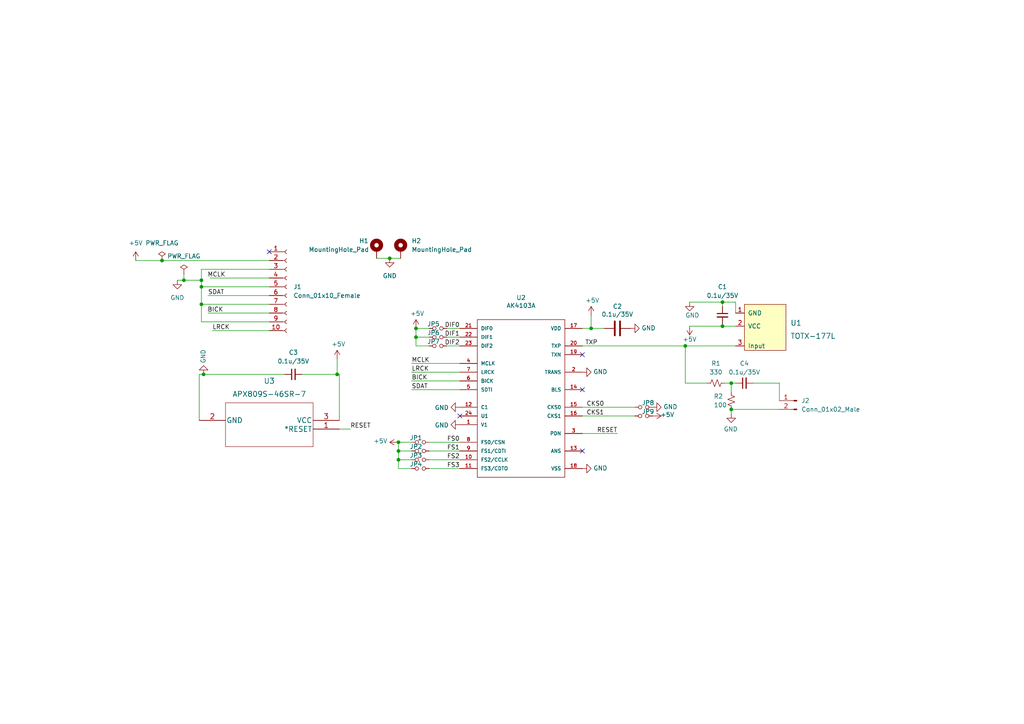
<source format=kicad_sch>
(kicad_sch (version 20211123) (generator eeschema)

  (uuid e63e39d7-6ac0-4ffd-8aa3-1841a4541b55)

  (paper "A4")

  (lib_symbols
    (symbol "APX809S:APX809S-46SR-7" (pin_names (offset 0.254)) (in_bom yes) (on_board yes)
      (property "Reference" "U" (id 0) (at 20.32 10.16 0)
        (effects (font (size 1.524 1.524)))
      )
      (property "Value" "APX809S-46SR-7" (id 1) (at 20.32 7.62 0)
        (effects (font (size 1.524 1.524)))
      )
      (property "Footprint" "APX809S:APX809S-46SA-7" (id 2) (at 20.32 6.096 0)
        (effects (font (size 1.524 1.524)) hide)
      )
      (property "Datasheet" "" (id 3) (at 0 0 0)
        (effects (font (size 1.524 1.524)))
      )
      (property "ki_fp_filters" "SOT23_DIO SOT23_DIO-M SOT23_DIO-L" (id 4) (at 0 0 0)
        (effects (font (size 1.27 1.27)) hide)
      )
      (symbol "APX809S-46SR-7_1_1"
        (polyline
          (pts
            (xy 7.62 -7.62)
            (xy 33.02 -7.62)
          )
          (stroke (width 0.127) (type default) (color 0 0 0 0))
          (fill (type none))
        )
        (polyline
          (pts
            (xy 7.62 5.08)
            (xy 7.62 -7.62)
          )
          (stroke (width 0.127) (type default) (color 0 0 0 0))
          (fill (type none))
        )
        (polyline
          (pts
            (xy 33.02 -7.62)
            (xy 33.02 5.08)
          )
          (stroke (width 0.127) (type default) (color 0 0 0 0))
          (fill (type none))
        )
        (polyline
          (pts
            (xy 33.02 5.08)
            (xy 7.62 5.08)
          )
          (stroke (width 0.127) (type default) (color 0 0 0 0))
          (fill (type none))
        )
        (pin output line (at 40.64 -2.54 180) (length 7.62)
          (name "*RESET" (effects (font (size 1.4986 1.4986))))
          (number "1" (effects (font (size 1.4986 1.4986))))
        )
        (pin power_in line (at 0 0 0) (length 7.62)
          (name "GND" (effects (font (size 1.4986 1.4986))))
          (number "2" (effects (font (size 1.4986 1.4986))))
        )
        (pin power_in line (at 40.64 0 180) (length 7.62)
          (name "VCC" (effects (font (size 1.4986 1.4986))))
          (number "3" (effects (font (size 1.4986 1.4986))))
        )
      )
    )
    (symbol "Connector:Conn_01x02_Male" (pin_names (offset 1.016) hide) (in_bom yes) (on_board yes)
      (property "Reference" "J" (id 0) (at 0 2.54 0)
        (effects (font (size 1.27 1.27)))
      )
      (property "Value" "Conn_01x02_Male" (id 1) (at 0 -5.08 0)
        (effects (font (size 1.27 1.27)))
      )
      (property "Footprint" "" (id 2) (at 0 0 0)
        (effects (font (size 1.27 1.27)) hide)
      )
      (property "Datasheet" "~" (id 3) (at 0 0 0)
        (effects (font (size 1.27 1.27)) hide)
      )
      (property "ki_keywords" "connector" (id 4) (at 0 0 0)
        (effects (font (size 1.27 1.27)) hide)
      )
      (property "ki_description" "Generic connector, single row, 01x02, script generated (kicad-library-utils/schlib/autogen/connector/)" (id 5) (at 0 0 0)
        (effects (font (size 1.27 1.27)) hide)
      )
      (property "ki_fp_filters" "Connector*:*_1x??_*" (id 6) (at 0 0 0)
        (effects (font (size 1.27 1.27)) hide)
      )
      (symbol "Conn_01x02_Male_1_1"
        (polyline
          (pts
            (xy 1.27 -2.54)
            (xy 0.8636 -2.54)
          )
          (stroke (width 0.1524) (type default) (color 0 0 0 0))
          (fill (type none))
        )
        (polyline
          (pts
            (xy 1.27 0)
            (xy 0.8636 0)
          )
          (stroke (width 0.1524) (type default) (color 0 0 0 0))
          (fill (type none))
        )
        (rectangle (start 0.8636 -2.413) (end 0 -2.667)
          (stroke (width 0.1524) (type default) (color 0 0 0 0))
          (fill (type outline))
        )
        (rectangle (start 0.8636 0.127) (end 0 -0.127)
          (stroke (width 0.1524) (type default) (color 0 0 0 0))
          (fill (type outline))
        )
        (pin passive line (at 5.08 0 180) (length 3.81)
          (name "Pin_1" (effects (font (size 1.27 1.27))))
          (number "1" (effects (font (size 1.27 1.27))))
        )
        (pin passive line (at 5.08 -2.54 180) (length 3.81)
          (name "Pin_2" (effects (font (size 1.27 1.27))))
          (number "2" (effects (font (size 1.27 1.27))))
        )
      )
    )
    (symbol "Connector:Conn_01x10_Female" (pin_names (offset 1.016) hide) (in_bom yes) (on_board yes)
      (property "Reference" "J" (id 0) (at 0 12.7 0)
        (effects (font (size 1.27 1.27)))
      )
      (property "Value" "Conn_01x10_Female" (id 1) (at 0 -15.24 0)
        (effects (font (size 1.27 1.27)))
      )
      (property "Footprint" "" (id 2) (at 0 0 0)
        (effects (font (size 1.27 1.27)) hide)
      )
      (property "Datasheet" "~" (id 3) (at 0 0 0)
        (effects (font (size 1.27 1.27)) hide)
      )
      (property "ki_keywords" "connector" (id 4) (at 0 0 0)
        (effects (font (size 1.27 1.27)) hide)
      )
      (property "ki_description" "Generic connector, single row, 01x10, script generated (kicad-library-utils/schlib/autogen/connector/)" (id 5) (at 0 0 0)
        (effects (font (size 1.27 1.27)) hide)
      )
      (property "ki_fp_filters" "Connector*:*_1x??_*" (id 6) (at 0 0 0)
        (effects (font (size 1.27 1.27)) hide)
      )
      (symbol "Conn_01x10_Female_1_1"
        (arc (start 0 -12.192) (mid -0.508 -12.7) (end 0 -13.208)
          (stroke (width 0.1524) (type default) (color 0 0 0 0))
          (fill (type none))
        )
        (arc (start 0 -9.652) (mid -0.508 -10.16) (end 0 -10.668)
          (stroke (width 0.1524) (type default) (color 0 0 0 0))
          (fill (type none))
        )
        (arc (start 0 -7.112) (mid -0.508 -7.62) (end 0 -8.128)
          (stroke (width 0.1524) (type default) (color 0 0 0 0))
          (fill (type none))
        )
        (arc (start 0 -4.572) (mid -0.508 -5.08) (end 0 -5.588)
          (stroke (width 0.1524) (type default) (color 0 0 0 0))
          (fill (type none))
        )
        (arc (start 0 -2.032) (mid -0.508 -2.54) (end 0 -3.048)
          (stroke (width 0.1524) (type default) (color 0 0 0 0))
          (fill (type none))
        )
        (polyline
          (pts
            (xy -1.27 -12.7)
            (xy -0.508 -12.7)
          )
          (stroke (width 0.1524) (type default) (color 0 0 0 0))
          (fill (type none))
        )
        (polyline
          (pts
            (xy -1.27 -10.16)
            (xy -0.508 -10.16)
          )
          (stroke (width 0.1524) (type default) (color 0 0 0 0))
          (fill (type none))
        )
        (polyline
          (pts
            (xy -1.27 -7.62)
            (xy -0.508 -7.62)
          )
          (stroke (width 0.1524) (type default) (color 0 0 0 0))
          (fill (type none))
        )
        (polyline
          (pts
            (xy -1.27 -5.08)
            (xy -0.508 -5.08)
          )
          (stroke (width 0.1524) (type default) (color 0 0 0 0))
          (fill (type none))
        )
        (polyline
          (pts
            (xy -1.27 -2.54)
            (xy -0.508 -2.54)
          )
          (stroke (width 0.1524) (type default) (color 0 0 0 0))
          (fill (type none))
        )
        (polyline
          (pts
            (xy -1.27 0)
            (xy -0.508 0)
          )
          (stroke (width 0.1524) (type default) (color 0 0 0 0))
          (fill (type none))
        )
        (polyline
          (pts
            (xy -1.27 2.54)
            (xy -0.508 2.54)
          )
          (stroke (width 0.1524) (type default) (color 0 0 0 0))
          (fill (type none))
        )
        (polyline
          (pts
            (xy -1.27 5.08)
            (xy -0.508 5.08)
          )
          (stroke (width 0.1524) (type default) (color 0 0 0 0))
          (fill (type none))
        )
        (polyline
          (pts
            (xy -1.27 7.62)
            (xy -0.508 7.62)
          )
          (stroke (width 0.1524) (type default) (color 0 0 0 0))
          (fill (type none))
        )
        (polyline
          (pts
            (xy -1.27 10.16)
            (xy -0.508 10.16)
          )
          (stroke (width 0.1524) (type default) (color 0 0 0 0))
          (fill (type none))
        )
        (arc (start 0 0.508) (mid -0.508 0) (end 0 -0.508)
          (stroke (width 0.1524) (type default) (color 0 0 0 0))
          (fill (type none))
        )
        (arc (start 0 3.048) (mid -0.508 2.54) (end 0 2.032)
          (stroke (width 0.1524) (type default) (color 0 0 0 0))
          (fill (type none))
        )
        (arc (start 0 5.588) (mid -0.508 5.08) (end 0 4.572)
          (stroke (width 0.1524) (type default) (color 0 0 0 0))
          (fill (type none))
        )
        (arc (start 0 8.128) (mid -0.508 7.62) (end 0 7.112)
          (stroke (width 0.1524) (type default) (color 0 0 0 0))
          (fill (type none))
        )
        (arc (start 0 10.668) (mid -0.508 10.16) (end 0 9.652)
          (stroke (width 0.1524) (type default) (color 0 0 0 0))
          (fill (type none))
        )
        (pin passive line (at -5.08 10.16 0) (length 3.81)
          (name "Pin_1" (effects (font (size 1.27 1.27))))
          (number "1" (effects (font (size 1.27 1.27))))
        )
        (pin passive line (at -5.08 -12.7 0) (length 3.81)
          (name "Pin_10" (effects (font (size 1.27 1.27))))
          (number "10" (effects (font (size 1.27 1.27))))
        )
        (pin passive line (at -5.08 7.62 0) (length 3.81)
          (name "Pin_2" (effects (font (size 1.27 1.27))))
          (number "2" (effects (font (size 1.27 1.27))))
        )
        (pin passive line (at -5.08 5.08 0) (length 3.81)
          (name "Pin_3" (effects (font (size 1.27 1.27))))
          (number "3" (effects (font (size 1.27 1.27))))
        )
        (pin passive line (at -5.08 2.54 0) (length 3.81)
          (name "Pin_4" (effects (font (size 1.27 1.27))))
          (number "4" (effects (font (size 1.27 1.27))))
        )
        (pin passive line (at -5.08 0 0) (length 3.81)
          (name "Pin_5" (effects (font (size 1.27 1.27))))
          (number "5" (effects (font (size 1.27 1.27))))
        )
        (pin passive line (at -5.08 -2.54 0) (length 3.81)
          (name "Pin_6" (effects (font (size 1.27 1.27))))
          (number "6" (effects (font (size 1.27 1.27))))
        )
        (pin passive line (at -5.08 -5.08 0) (length 3.81)
          (name "Pin_7" (effects (font (size 1.27 1.27))))
          (number "7" (effects (font (size 1.27 1.27))))
        )
        (pin passive line (at -5.08 -7.62 0) (length 3.81)
          (name "Pin_8" (effects (font (size 1.27 1.27))))
          (number "8" (effects (font (size 1.27 1.27))))
        )
        (pin passive line (at -5.08 -10.16 0) (length 3.81)
          (name "Pin_9" (effects (font (size 1.27 1.27))))
          (number "9" (effects (font (size 1.27 1.27))))
        )
      )
    )
    (symbol "Device:C" (pin_numbers hide) (pin_names (offset 0.254)) (in_bom yes) (on_board yes)
      (property "Reference" "C" (id 0) (at 0.635 2.54 0)
        (effects (font (size 1.27 1.27)) (justify left))
      )
      (property "Value" "C" (id 1) (at 0.635 -2.54 0)
        (effects (font (size 1.27 1.27)) (justify left))
      )
      (property "Footprint" "" (id 2) (at 0.9652 -3.81 0)
        (effects (font (size 1.27 1.27)) hide)
      )
      (property "Datasheet" "~" (id 3) (at 0 0 0)
        (effects (font (size 1.27 1.27)) hide)
      )
      (property "ki_keywords" "cap capacitor" (id 4) (at 0 0 0)
        (effects (font (size 1.27 1.27)) hide)
      )
      (property "ki_description" "Unpolarized capacitor" (id 5) (at 0 0 0)
        (effects (font (size 1.27 1.27)) hide)
      )
      (property "ki_fp_filters" "C_*" (id 6) (at 0 0 0)
        (effects (font (size 1.27 1.27)) hide)
      )
      (symbol "C_0_1"
        (polyline
          (pts
            (xy -2.032 -0.762)
            (xy 2.032 -0.762)
          )
          (stroke (width 0.508) (type default) (color 0 0 0 0))
          (fill (type none))
        )
        (polyline
          (pts
            (xy -2.032 0.762)
            (xy 2.032 0.762)
          )
          (stroke (width 0.508) (type default) (color 0 0 0 0))
          (fill (type none))
        )
      )
      (symbol "C_1_1"
        (pin passive line (at 0 3.81 270) (length 2.794)
          (name "~" (effects (font (size 1.27 1.27))))
          (number "1" (effects (font (size 1.27 1.27))))
        )
        (pin passive line (at 0 -3.81 90) (length 2.794)
          (name "~" (effects (font (size 1.27 1.27))))
          (number "2" (effects (font (size 1.27 1.27))))
        )
      )
    )
    (symbol "Device:C_Small" (pin_numbers hide) (pin_names (offset 0.254) hide) (in_bom yes) (on_board yes)
      (property "Reference" "C" (id 0) (at 0.254 1.778 0)
        (effects (font (size 1.27 1.27)) (justify left))
      )
      (property "Value" "C_Small" (id 1) (at 0.254 -2.032 0)
        (effects (font (size 1.27 1.27)) (justify left))
      )
      (property "Footprint" "" (id 2) (at 0 0 0)
        (effects (font (size 1.27 1.27)) hide)
      )
      (property "Datasheet" "~" (id 3) (at 0 0 0)
        (effects (font (size 1.27 1.27)) hide)
      )
      (property "ki_keywords" "capacitor cap" (id 4) (at 0 0 0)
        (effects (font (size 1.27 1.27)) hide)
      )
      (property "ki_description" "Unpolarized capacitor, small symbol" (id 5) (at 0 0 0)
        (effects (font (size 1.27 1.27)) hide)
      )
      (property "ki_fp_filters" "C_*" (id 6) (at 0 0 0)
        (effects (font (size 1.27 1.27)) hide)
      )
      (symbol "C_Small_0_1"
        (polyline
          (pts
            (xy -1.524 -0.508)
            (xy 1.524 -0.508)
          )
          (stroke (width 0.3302) (type default) (color 0 0 0 0))
          (fill (type none))
        )
        (polyline
          (pts
            (xy -1.524 0.508)
            (xy 1.524 0.508)
          )
          (stroke (width 0.3048) (type default) (color 0 0 0 0))
          (fill (type none))
        )
      )
      (symbol "C_Small_1_1"
        (pin passive line (at 0 2.54 270) (length 2.032)
          (name "~" (effects (font (size 1.27 1.27))))
          (number "1" (effects (font (size 1.27 1.27))))
        )
        (pin passive line (at 0 -2.54 90) (length 2.032)
          (name "~" (effects (font (size 1.27 1.27))))
          (number "2" (effects (font (size 1.27 1.27))))
        )
      )
    )
    (symbol "Device:R_Small_US" (pin_numbers hide) (pin_names (offset 0.254) hide) (in_bom yes) (on_board yes)
      (property "Reference" "R" (id 0) (at 0.762 0.508 0)
        (effects (font (size 1.27 1.27)) (justify left))
      )
      (property "Value" "R_Small_US" (id 1) (at 0.762 -1.016 0)
        (effects (font (size 1.27 1.27)) (justify left))
      )
      (property "Footprint" "" (id 2) (at 0 0 0)
        (effects (font (size 1.27 1.27)) hide)
      )
      (property "Datasheet" "~" (id 3) (at 0 0 0)
        (effects (font (size 1.27 1.27)) hide)
      )
      (property "ki_keywords" "r resistor" (id 4) (at 0 0 0)
        (effects (font (size 1.27 1.27)) hide)
      )
      (property "ki_description" "Resistor, small US symbol" (id 5) (at 0 0 0)
        (effects (font (size 1.27 1.27)) hide)
      )
      (property "ki_fp_filters" "R_*" (id 6) (at 0 0 0)
        (effects (font (size 1.27 1.27)) hide)
      )
      (symbol "R_Small_US_1_1"
        (polyline
          (pts
            (xy 0 0)
            (xy 1.016 -0.381)
            (xy 0 -0.762)
            (xy -1.016 -1.143)
            (xy 0 -1.524)
          )
          (stroke (width 0) (type default) (color 0 0 0 0))
          (fill (type none))
        )
        (polyline
          (pts
            (xy 0 1.524)
            (xy 1.016 1.143)
            (xy 0 0.762)
            (xy -1.016 0.381)
            (xy 0 0)
          )
          (stroke (width 0) (type default) (color 0 0 0 0))
          (fill (type none))
        )
        (pin passive line (at 0 2.54 270) (length 1.016)
          (name "~" (effects (font (size 1.27 1.27))))
          (number "1" (effects (font (size 1.27 1.27))))
        )
        (pin passive line (at 0 -2.54 90) (length 1.016)
          (name "~" (effects (font (size 1.27 1.27))))
          (number "2" (effects (font (size 1.27 1.27))))
        )
      )
    )
    (symbol "Mechanical:MountingHole_Pad" (pin_numbers hide) (pin_names (offset 1.016) hide) (in_bom yes) (on_board yes)
      (property "Reference" "H" (id 0) (at 0 6.35 0)
        (effects (font (size 1.27 1.27)))
      )
      (property "Value" "MountingHole_Pad" (id 1) (at 0 4.445 0)
        (effects (font (size 1.27 1.27)))
      )
      (property "Footprint" "" (id 2) (at 0 0 0)
        (effects (font (size 1.27 1.27)) hide)
      )
      (property "Datasheet" "~" (id 3) (at 0 0 0)
        (effects (font (size 1.27 1.27)) hide)
      )
      (property "ki_keywords" "mounting hole" (id 4) (at 0 0 0)
        (effects (font (size 1.27 1.27)) hide)
      )
      (property "ki_description" "Mounting Hole with connection" (id 5) (at 0 0 0)
        (effects (font (size 1.27 1.27)) hide)
      )
      (property "ki_fp_filters" "MountingHole*Pad*" (id 6) (at 0 0 0)
        (effects (font (size 1.27 1.27)) hide)
      )
      (symbol "MountingHole_Pad_0_1"
        (circle (center 0 1.27) (radius 1.27)
          (stroke (width 1.27) (type default) (color 0 0 0 0))
          (fill (type none))
        )
      )
      (symbol "MountingHole_Pad_1_1"
        (pin input line (at 0 -2.54 90) (length 2.54)
          (name "1" (effects (font (size 1.27 1.27))))
          (number "1" (effects (font (size 1.27 1.27))))
        )
      )
    )
    (symbol "akm:AK4103A" (pin_names (offset 1.016)) (in_bom yes) (on_board yes)
      (property "Reference" "U" (id 0) (at -12.7 21.59 0)
        (effects (font (size 1.27 1.27)) (justify left bottom))
      )
      (property "Value" "AK4103A" (id 1) (at -12.7 -27.94 0)
        (effects (font (size 1.27 1.27)) (justify left bottom))
      )
      (property "Footprint" "Package_SO:TSSOP-24_6.1x7.8mm_P0.65mm" (id 2) (at 0 3.81 0)
        (effects (font (size 1.27 1.27)) hide)
      )
      (property "Datasheet" "" (id 3) (at 0 0 0)
        (effects (font (size 1.27 1.27)) hide)
      )
      (symbol "AK4103A_1_0"
        (polyline
          (pts
            (xy -12.7 -25.4)
            (xy -12.7 20.32)
          )
          (stroke (width 0) (type default) (color 0 0 0 0))
          (fill (type none))
        )
        (polyline
          (pts
            (xy -12.7 20.32)
            (xy 12.7 20.32)
          )
          (stroke (width 0) (type default) (color 0 0 0 0))
          (fill (type none))
        )
        (polyline
          (pts
            (xy 12.7 -25.4)
            (xy -12.7 -25.4)
          )
          (stroke (width 0) (type default) (color 0 0 0 0))
          (fill (type none))
        )
        (polyline
          (pts
            (xy 12.7 20.32)
            (xy 12.7 -25.4)
          )
          (stroke (width 0) (type default) (color 0 0 0 0))
          (fill (type none))
        )
      )
      (symbol "AK4103A_1_1"
        (pin input line (at -17.78 -10.16 0) (length 5.08)
          (name "V1" (effects (font (size 1.016 1.016))))
          (number "1" (effects (font (size 1.016 1.016))))
        )
        (pin bidirectional line (at -17.78 -20.32 0) (length 5.08)
          (name "FS2/CCLK" (effects (font (size 1.016 1.016))))
          (number "10" (effects (font (size 1.016 1.016))))
        )
        (pin bidirectional line (at -17.78 -22.86 0) (length 5.08)
          (name "FS3/CDTO" (effects (font (size 1.016 1.016))))
          (number "11" (effects (font (size 1.016 1.016))))
        )
        (pin input line (at -17.78 -5.08 0) (length 5.08)
          (name "C1" (effects (font (size 1.016 1.016))))
          (number "12" (effects (font (size 1.016 1.016))))
        )
        (pin bidirectional line (at 17.78 -17.78 180) (length 5.08)
          (name "ANS" (effects (font (size 1.016 1.016))))
          (number "13" (effects (font (size 1.016 1.016))))
        )
        (pin bidirectional line (at 17.78 0 180) (length 5.08)
          (name "BLS" (effects (font (size 1.016 1.016))))
          (number "14" (effects (font (size 1.016 1.016))))
        )
        (pin input line (at 17.78 -5.08 180) (length 5.08)
          (name "CKS0" (effects (font (size 1.016 1.016))))
          (number "15" (effects (font (size 1.016 1.016))))
        )
        (pin input line (at 17.78 -7.62 180) (length 5.08)
          (name "CKS1" (effects (font (size 1.016 1.016))))
          (number "16" (effects (font (size 1.016 1.016))))
        )
        (pin power_in line (at 17.78 17.78 180) (length 5.08)
          (name "VDD" (effects (font (size 1.016 1.016))))
          (number "17" (effects (font (size 1.016 1.016))))
        )
        (pin power_in line (at 17.78 -22.86 180) (length 5.08)
          (name "VSS" (effects (font (size 1.016 1.016))))
          (number "18" (effects (font (size 1.016 1.016))))
        )
        (pin output line (at 17.78 10.16 180) (length 5.08)
          (name "TXN" (effects (font (size 1.016 1.016))))
          (number "19" (effects (font (size 1.016 1.016))))
        )
        (pin input line (at 17.78 5.08 180) (length 5.08)
          (name "TRANS" (effects (font (size 1.016 1.016))))
          (number "2" (effects (font (size 1.016 1.016))))
        )
        (pin output line (at 17.78 12.7 180) (length 5.08)
          (name "TXP" (effects (font (size 1.016 1.016))))
          (number "20" (effects (font (size 1.016 1.016))))
        )
        (pin input line (at -17.78 17.78 0) (length 5.08)
          (name "DIF0" (effects (font (size 1.016 1.016))))
          (number "21" (effects (font (size 1.016 1.016))))
        )
        (pin input line (at -17.78 15.24 0) (length 5.08)
          (name "DIF1" (effects (font (size 1.016 1.016))))
          (number "22" (effects (font (size 1.016 1.016))))
        )
        (pin input line (at -17.78 12.7 0) (length 5.08)
          (name "DIF2" (effects (font (size 1.016 1.016))))
          (number "23" (effects (font (size 1.016 1.016))))
        )
        (pin input line (at -17.78 -7.62 0) (length 5.08)
          (name "U1" (effects (font (size 1.016 1.016))))
          (number "24" (effects (font (size 1.016 1.016))))
        )
        (pin input line (at 17.78 -12.7 180) (length 5.08)
          (name "PDN" (effects (font (size 1.016 1.016))))
          (number "3" (effects (font (size 1.016 1.016))))
        )
        (pin input line (at -17.78 7.62 0) (length 5.08)
          (name "MCLK" (effects (font (size 1.016 1.016))))
          (number "4" (effects (font (size 1.016 1.016))))
        )
        (pin input line (at -17.78 0 0) (length 5.08)
          (name "SDTI" (effects (font (size 1.016 1.016))))
          (number "5" (effects (font (size 1.016 1.016))))
        )
        (pin bidirectional line (at -17.78 2.54 0) (length 5.08)
          (name "BICK" (effects (font (size 1.016 1.016))))
          (number "6" (effects (font (size 1.016 1.016))))
        )
        (pin bidirectional line (at -17.78 5.08 0) (length 5.08)
          (name "LRCK" (effects (font (size 1.016 1.016))))
          (number "7" (effects (font (size 1.016 1.016))))
        )
        (pin bidirectional line (at -17.78 -15.24 0) (length 5.08)
          (name "FS0/CSN" (effects (font (size 1.016 1.016))))
          (number "8" (effects (font (size 1.016 1.016))))
        )
        (pin bidirectional line (at -17.78 -17.78 0) (length 5.08)
          (name "FS1/CDTI" (effects (font (size 1.016 1.016))))
          (number "9" (effects (font (size 1.016 1.016))))
        )
      )
    )
    (symbol "power:+5V" (power) (pin_names (offset 0)) (in_bom yes) (on_board yes)
      (property "Reference" "#PWR" (id 0) (at 0 -3.81 0)
        (effects (font (size 1.27 1.27)) hide)
      )
      (property "Value" "+5V" (id 1) (at 0 3.556 0)
        (effects (font (size 1.27 1.27)))
      )
      (property "Footprint" "" (id 2) (at 0 0 0)
        (effects (font (size 1.27 1.27)) hide)
      )
      (property "Datasheet" "" (id 3) (at 0 0 0)
        (effects (font (size 1.27 1.27)) hide)
      )
      (property "ki_keywords" "power-flag" (id 4) (at 0 0 0)
        (effects (font (size 1.27 1.27)) hide)
      )
      (property "ki_description" "Power symbol creates a global label with name \"+5V\"" (id 5) (at 0 0 0)
        (effects (font (size 1.27 1.27)) hide)
      )
      (symbol "+5V_0_1"
        (polyline
          (pts
            (xy -0.762 1.27)
            (xy 0 2.54)
          )
          (stroke (width 0) (type default) (color 0 0 0 0))
          (fill (type none))
        )
        (polyline
          (pts
            (xy 0 0)
            (xy 0 2.54)
          )
          (stroke (width 0) (type default) (color 0 0 0 0))
          (fill (type none))
        )
        (polyline
          (pts
            (xy 0 2.54)
            (xy 0.762 1.27)
          )
          (stroke (width 0) (type default) (color 0 0 0 0))
          (fill (type none))
        )
      )
      (symbol "+5V_1_1"
        (pin power_in line (at 0 0 90) (length 0) hide
          (name "+5V" (effects (font (size 1.27 1.27))))
          (number "1" (effects (font (size 1.27 1.27))))
        )
      )
    )
    (symbol "power:GND" (power) (pin_names (offset 0)) (in_bom yes) (on_board yes)
      (property "Reference" "#PWR" (id 0) (at 0 -6.35 0)
        (effects (font (size 1.27 1.27)) hide)
      )
      (property "Value" "GND" (id 1) (at 0 -3.81 0)
        (effects (font (size 1.27 1.27)))
      )
      (property "Footprint" "" (id 2) (at 0 0 0)
        (effects (font (size 1.27 1.27)) hide)
      )
      (property "Datasheet" "" (id 3) (at 0 0 0)
        (effects (font (size 1.27 1.27)) hide)
      )
      (property "ki_keywords" "power-flag" (id 4) (at 0 0 0)
        (effects (font (size 1.27 1.27)) hide)
      )
      (property "ki_description" "Power symbol creates a global label with name \"GND\" , ground" (id 5) (at 0 0 0)
        (effects (font (size 1.27 1.27)) hide)
      )
      (symbol "GND_0_1"
        (polyline
          (pts
            (xy 0 0)
            (xy 0 -1.27)
            (xy 1.27 -1.27)
            (xy 0 -2.54)
            (xy -1.27 -1.27)
            (xy 0 -1.27)
          )
          (stroke (width 0) (type default) (color 0 0 0 0))
          (fill (type none))
        )
      )
      (symbol "GND_1_1"
        (pin power_in line (at 0 0 270) (length 0) hide
          (name "GND" (effects (font (size 1.27 1.27))))
          (number "1" (effects (font (size 1.27 1.27))))
        )
      )
    )
    (symbol "power:PWR_FLAG" (power) (pin_numbers hide) (pin_names (offset 0) hide) (in_bom yes) (on_board yes)
      (property "Reference" "#FLG" (id 0) (at 0 1.905 0)
        (effects (font (size 1.27 1.27)) hide)
      )
      (property "Value" "PWR_FLAG" (id 1) (at 0 3.81 0)
        (effects (font (size 1.27 1.27)))
      )
      (property "Footprint" "" (id 2) (at 0 0 0)
        (effects (font (size 1.27 1.27)) hide)
      )
      (property "Datasheet" "~" (id 3) (at 0 0 0)
        (effects (font (size 1.27 1.27)) hide)
      )
      (property "ki_keywords" "power-flag" (id 4) (at 0 0 0)
        (effects (font (size 1.27 1.27)) hide)
      )
      (property "ki_description" "Special symbol for telling ERC where power comes from" (id 5) (at 0 0 0)
        (effects (font (size 1.27 1.27)) hide)
      )
      (symbol "PWR_FLAG_0_0"
        (pin power_out line (at 0 0 90) (length 0)
          (name "pwr" (effects (font (size 1.27 1.27))))
          (number "1" (effects (font (size 1.27 1.27))))
        )
      )
      (symbol "PWR_FLAG_0_1"
        (polyline
          (pts
            (xy 0 0)
            (xy 0 1.27)
            (xy -1.016 1.905)
            (xy 0 2.54)
            (xy 1.016 1.905)
            (xy 0 1.27)
          )
          (stroke (width 0) (type default) (color 0 0 0 0))
          (fill (type none))
        )
      )
    )
    (symbol "selfmade:Jumper_NO_Small" (pin_numbers hide) (pin_names (offset 0.762) hide) (in_bom yes) (on_board yes)
      (property "Reference" "JP5" (id 0) (at -1.27 1.27 0)
        (effects (font (size 1.27 1.27)))
      )
      (property "Value" "Jumper_NO_Small" (id 1) (at 0 2.293 0)
        (effects (font (size 1.27 1.27)) hide)
      )
      (property "Footprint" "footprints:SolderJumper-Open_RoundedPad-custom" (id 2) (at 0 0 0)
        (effects (font (size 1.27 1.27)) hide)
      )
      (property "Datasheet" "~" (id 3) (at 0 0 0)
        (effects (font (size 1.27 1.27)) hide)
      )
      (property "ki_keywords" "jumper link bridge NO" (id 4) (at 0 0 0)
        (effects (font (size 1.27 1.27)) hide)
      )
      (property "ki_description" "Jumper, normally open, small symbol" (id 5) (at 0 0 0)
        (effects (font (size 1.27 1.27)) hide)
      )
      (property "ki_fp_filters" "SolderJumper*Open* Jumper* TestPoint*2Pads* TestPoint*Bridge*" (id 6) (at 0 0 0)
        (effects (font (size 1.27 1.27)) hide)
      )
      (symbol "Jumper_NO_Small_0_1"
        (circle (center -1.016 0) (radius 0.508)
          (stroke (width 0) (type default) (color 0 0 0 0))
          (fill (type none))
        )
        (circle (center 1.016 0) (radius 0.508)
          (stroke (width 0) (type default) (color 0 0 0 0))
          (fill (type none))
        )
        (pin passive line (at -2.54 0 0) (length 1.016)
          (name "1" (effects (font (size 1.27 1.27))))
          (number "1" (effects (font (size 1.27 1.27))))
        )
        (pin passive line (at 2.54 0 180) (length 1.016)
          (name "2" (effects (font (size 1.27 1.27))))
          (number "2" (effects (font (size 1.27 1.27))))
        )
      )
    )
    (symbol "selfmade:totx177" (pin_names (offset 1.016)) (in_bom yes) (on_board yes)
      (property "Reference" "U" (id 0) (at -1.27 5.08 0)
        (effects (font (size 1.524 1.524)))
      )
      (property "Value" "totx177" (id 1) (at -4.445 -0.635 90)
        (effects (font (size 1.524 1.524)))
      )
      (property "Footprint" "footprints:Toshiba_TOTX177" (id 2) (at -1.27 1.905 0)
        (effects (font (size 1.524 1.524)) hide)
      )
      (property "Datasheet" "" (id 3) (at -1.27 1.905 0)
        (effects (font (size 1.524 1.524)) hide)
      )
      (symbol "totx177_0_1"
        (rectangle (start -5.715 5.715) (end 6.35 -7.62)
          (stroke (width 0) (type default) (color 0 0 0 0))
          (fill (type background))
        )
      )
      (symbol "totx177_1_1"
        (pin input line (at 8.89 3.175 180) (length 2.54)
          (name "GND" (effects (font (size 1.27 1.27))))
          (number "1" (effects (font (size 1.27 1.27))))
        )
        (pin input line (at 8.89 -0.635 180) (length 2.54)
          (name "VCC" (effects (font (size 1.27 1.27))))
          (number "2" (effects (font (size 1.27 1.27))))
        )
        (pin input line (at 8.89 -6.35 180) (length 2.54)
          (name "Input" (effects (font (size 1.27 1.27))))
          (number "3" (effects (font (size 1.27 1.27))))
        )
      )
    )
  )

  (junction (at 58.42 88.265) (diameter 0) (color 0 0 0 0)
    (uuid 1416f46f-efcf-4c99-81af-d39cf81f2652)
  )
  (junction (at 212.09 111.125) (diameter 0) (color 0 0 0 0)
    (uuid 15a3b35a-0840-46c5-b99c-5f5351cf31cc)
  )
  (junction (at 209.55 87.63) (diameter 0) (color 0 0 0 0)
    (uuid 1c28384a-8c83-41cd-adf0-1b94e2269d34)
  )
  (junction (at 58.42 81.28) (diameter 0) (color 0 0 0 0)
    (uuid 38c40dcc-c1da-4f6f-a147-01497313c7b0)
  )
  (junction (at 198.755 100.33) (diameter 0) (color 0 0 0 0)
    (uuid 3d0d00f2-526f-4ba8-ab33-921d0ada5ef6)
  )
  (junction (at 53.34 81.28) (diameter 0) (color 0 0 0 0)
    (uuid 4aa64078-17d4-4a3d-9052-37405986b633)
  )
  (junction (at 115.57 128.27) (diameter 0) (color 0 0 0 0)
    (uuid 673a003e-8db1-4940-9bbe-8d3171dc63d8)
  )
  (junction (at 113.03 74.93) (diameter 0) (color 0 0 0 0)
    (uuid 6c1c82c5-8a2f-4a31-a3ff-53fbcca26751)
  )
  (junction (at 115.57 130.81) (diameter 0) (color 0 0 0 0)
    (uuid 6fc498e9-dbdc-4b6e-837d-f01c622fed1a)
  )
  (junction (at 171.45 95.25) (diameter 0) (color 0 0 0 0)
    (uuid 7152617f-6a4f-4b5e-8b48-b45aeab7303a)
  )
  (junction (at 97.79 108.585) (diameter 0) (color 0 0 0 0)
    (uuid 7abde92a-1f9c-4fef-907e-b4a91016ec1c)
  )
  (junction (at 212.09 118.745) (diameter 0) (color 0 0 0 0)
    (uuid 82e3123c-a27b-4cba-b155-d365931b3389)
  )
  (junction (at 59.055 108.585) (diameter 0) (color 0 0 0 0)
    (uuid ad5f1fcf-0f14-41b5-84fc-bb6a19958f8b)
  )
  (junction (at 58.42 83.185) (diameter 0) (color 0 0 0 0)
    (uuid ad8c2a20-27d0-4e2a-aabf-44a509bf342a)
  )
  (junction (at 46.99 75.565) (diameter 0) (color 0 0 0 0)
    (uuid b9db3240-c83e-496c-846a-60f8abb0406e)
  )
  (junction (at 115.57 133.35) (diameter 0) (color 0 0 0 0)
    (uuid c6880c0d-0077-4507-8ecc-40eabad18077)
  )
  (junction (at 120.65 95.25) (diameter 0) (color 0 0 0 0)
    (uuid c7d97c99-d8ff-449b-bbe4-3900855c128c)
  )
  (junction (at 120.65 97.79) (diameter 0) (color 0 0 0 0)
    (uuid c85aa48a-0fb9-424f-ae93-af15bd84a4ff)
  )
  (junction (at 209.55 94.615) (diameter 0) (color 0 0 0 0)
    (uuid cee43032-87a2-41c2-bedd-2d90443c9c0c)
  )

  (no_connect (at 133.35 120.65) (uuid 53a9e473-5a4e-457b-a886-d97da566fa9d))
  (no_connect (at 78.105 73.025) (uuid b4fced56-7395-4cec-beee-d728fab2953b))
  (no_connect (at 168.91 113.03) (uuid c4c7714c-2833-4796-a64e-3123a2efd2b8))
  (no_connect (at 168.91 130.81) (uuid e0fa4cff-a57c-412c-9039-878a3e0b7e89))
  (no_connect (at 168.91 102.87) (uuid f9002227-a65a-4d68-9326-1468d9ee86dc))

  (wire (pts (xy 39.37 75.565) (xy 46.99 75.565))
    (stroke (width 0) (type default) (color 0 0 0 0))
    (uuid 098a8407-cb75-4379-a694-65a64d739020)
  )
  (wire (pts (xy 120.65 95.25) (xy 124.46 95.25))
    (stroke (width 0) (type solid) (color 0 0 0 0))
    (uuid 09a1bc1c-24a5-4740-a726-ca09cb8093cf)
  )
  (wire (pts (xy 198.755 100.33) (xy 213.36 100.33))
    (stroke (width 0) (type default) (color 0 0 0 0))
    (uuid 100dbb95-f292-43d1-8637-4ccc903ac7bf)
  )
  (wire (pts (xy 115.57 128.27) (xy 119.38 128.27))
    (stroke (width 0) (type solid) (color 0 0 0 0))
    (uuid 12506e31-5301-40e4-86a3-8ddb4dd6e50e)
  )
  (wire (pts (xy 115.57 128.27) (xy 115.57 130.81))
    (stroke (width 0) (type solid) (color 0 0 0 0))
    (uuid 14a4f56f-3e70-4359-9171-1f40ebb9073e)
  )
  (wire (pts (xy 124.46 100.33) (xy 120.65 100.33))
    (stroke (width 0) (type solid) (color 0 0 0 0))
    (uuid 19c6f9cd-e6da-4423-a38e-e6e8c150c934)
  )
  (wire (pts (xy 120.65 95.25) (xy 120.65 97.79))
    (stroke (width 0) (type solid) (color 0 0 0 0))
    (uuid 1a20a2b0-fde6-4673-99eb-19326298f7a5)
  )
  (wire (pts (xy 212.09 118.745) (xy 226.06 118.745))
    (stroke (width 0) (type default) (color 0 0 0 0))
    (uuid 1b9095e4-a001-43da-baee-d342bf702036)
  )
  (wire (pts (xy 119.38 135.89) (xy 115.57 135.89))
    (stroke (width 0) (type solid) (color 0 0 0 0))
    (uuid 2497109f-64f5-4773-bcf3-90c5d9486de3)
  )
  (wire (pts (xy 129.54 97.79) (xy 133.35 97.79))
    (stroke (width 0) (type solid) (color 0 0 0 0))
    (uuid 2587dca7-27fa-4d50-b932-a58ad4dd7a0c)
  )
  (wire (pts (xy 129.54 95.25) (xy 133.35 95.25))
    (stroke (width 0) (type solid) (color 0 0 0 0))
    (uuid 299cfe36-b728-4a8c-b536-eafaea45f82f)
  )
  (wire (pts (xy 97.79 104.14) (xy 97.79 108.585))
    (stroke (width 0) (type default) (color 0 0 0 0))
    (uuid 3269dd3e-03e4-49a7-97c0-b5565dd67fc6)
  )
  (wire (pts (xy 213.36 87.63) (xy 209.55 87.63))
    (stroke (width 0) (type default) (color 0 0 0 0))
    (uuid 32fb6c3f-03d9-4125-a747-67d2a7c1c194)
  )
  (wire (pts (xy 113.03 74.93) (xy 116.205 74.93))
    (stroke (width 0) (type default) (color 0 0 0 0))
    (uuid 33ff412b-387d-42f0-8934-e9d325d8448b)
  )
  (wire (pts (xy 200.025 87.63) (xy 209.55 87.63))
    (stroke (width 0) (type default) (color 0 0 0 0))
    (uuid 35dedb81-daf6-40f3-a1ce-999b43c57d4f)
  )
  (wire (pts (xy 198.755 111.125) (xy 205.105 111.125))
    (stroke (width 0) (type default) (color 0 0 0 0))
    (uuid 394f3f3c-25b5-42f7-8d26-a65e1861a464)
  )
  (wire (pts (xy 58.42 83.185) (xy 58.42 88.265))
    (stroke (width 0) (type default) (color 0 0 0 0))
    (uuid 3eff8f32-349a-4846-b484-abdc036c7174)
  )
  (wire (pts (xy 213.36 87.63) (xy 213.36 90.805))
    (stroke (width 0) (type default) (color 0 0 0 0))
    (uuid 4071e098-7dce-43f8-81b8-467954d42c59)
  )
  (wire (pts (xy 124.46 133.35) (xy 133.35 133.35))
    (stroke (width 0) (type solid) (color 0 0 0 0))
    (uuid 467a36b8-cd50-4ff1-8fbd-c0df51e80731)
  )
  (wire (pts (xy 78.105 93.345) (xy 58.42 93.345))
    (stroke (width 0) (type default) (color 0 0 0 0))
    (uuid 532cb9ef-7fac-483b-aaf5-b83d764d0176)
  )
  (wire (pts (xy 212.09 118.745) (xy 212.09 120.015))
    (stroke (width 0) (type default) (color 0 0 0 0))
    (uuid 53a584bb-bd23-4bfb-8c8a-0198c1a8557c)
  )
  (wire (pts (xy 184.15 118.11) (xy 168.91 118.11))
    (stroke (width 0) (type solid) (color 0 0 0 0))
    (uuid 55478eaa-c9a5-4e9c-8f87-112ddd5d14a2)
  )
  (wire (pts (xy 210.185 111.125) (xy 212.09 111.125))
    (stroke (width 0) (type default) (color 0 0 0 0))
    (uuid 5b0695f1-36a9-49b3-89bc-b459f0703114)
  )
  (wire (pts (xy 98.425 108.585) (xy 97.79 108.585))
    (stroke (width 0) (type default) (color 0 0 0 0))
    (uuid 60772d09-c1a2-4573-81cb-dbab70bc1bf6)
  )
  (wire (pts (xy 212.09 111.125) (xy 212.09 113.665))
    (stroke (width 0) (type default) (color 0 0 0 0))
    (uuid 618f4d05-4869-4f97-b1a0-71f0380c1f08)
  )
  (wire (pts (xy 168.91 100.33) (xy 198.755 100.33))
    (stroke (width 0) (type default) (color 0 0 0 0))
    (uuid 61a7dc78-ecee-4b3c-84a9-1e84cbb0e1e2)
  )
  (wire (pts (xy 119.38 110.49) (xy 133.35 110.49))
    (stroke (width 0) (type solid) (color 0 0 0 0))
    (uuid 6595b9c7-02ee-4647-bde5-6b566e35163e)
  )
  (wire (pts (xy 78.105 83.185) (xy 58.42 83.185))
    (stroke (width 0) (type default) (color 0 0 0 0))
    (uuid 666dc23c-d707-448f-841d-377a6e08a250)
  )
  (wire (pts (xy 171.45 91.44) (xy 171.45 95.25))
    (stroke (width 0) (type solid) (color 0 0 0 0))
    (uuid 67763d19-f622-4e1e-81e5-5b24da7c3f99)
  )
  (wire (pts (xy 115.57 133.35) (xy 115.57 130.81))
    (stroke (width 0) (type solid) (color 0 0 0 0))
    (uuid 6c26b129-ee7f-49e0-adb6-6c32ee6aeb9e)
  )
  (wire (pts (xy 59.055 108.585) (xy 82.55 108.585))
    (stroke (width 0) (type default) (color 0 0 0 0))
    (uuid 7887b2ad-f9c7-4c7d-bd3f-1fb4a7fb0c1d)
  )
  (wire (pts (xy 60.325 90.805) (xy 78.105 90.805))
    (stroke (width 0) (type default) (color 0 0 0 0))
    (uuid 79e1811e-908a-4ac6-a9ea-8cf4bbc9a51d)
  )
  (wire (pts (xy 98.425 121.92) (xy 98.425 108.585))
    (stroke (width 0) (type default) (color 0 0 0 0))
    (uuid 7ec5994a-f36f-4617-8a2e-47478097e3ab)
  )
  (wire (pts (xy 168.91 125.73) (xy 179.07 125.73))
    (stroke (width 0) (type solid) (color 0 0 0 0))
    (uuid 84e5506c-143e-495f-9aa4-d3a71622f213)
  )
  (wire (pts (xy 212.09 111.125) (xy 213.36 111.125))
    (stroke (width 0) (type default) (color 0 0 0 0))
    (uuid 8801958a-13bf-43af-891e-a25567e176ac)
  )
  (wire (pts (xy 226.06 111.125) (xy 226.06 116.205))
    (stroke (width 0) (type default) (color 0 0 0 0))
    (uuid 8c3011be-7adb-4a25-b0b9-9cc35b2b61fa)
  )
  (wire (pts (xy 218.44 111.125) (xy 226.06 111.125))
    (stroke (width 0) (type default) (color 0 0 0 0))
    (uuid 90e4fd79-34ba-4ca8-aa3d-2c2dfc8f7527)
  )
  (wire (pts (xy 60.325 85.725) (xy 78.105 85.725))
    (stroke (width 0) (type default) (color 0 0 0 0))
    (uuid 92786ddd-53cc-4458-af25-eb5a2b46154e)
  )
  (wire (pts (xy 46.99 75.565) (xy 78.105 75.565))
    (stroke (width 0) (type default) (color 0 0 0 0))
    (uuid 9280a3fb-f410-42e9-931c-b557e6e73fdc)
  )
  (wire (pts (xy 58.42 81.28) (xy 58.42 83.185))
    (stroke (width 0) (type default) (color 0 0 0 0))
    (uuid 9b26d003-7efb-405a-8332-1a189f9d4920)
  )
  (wire (pts (xy 124.46 135.89) (xy 133.35 135.89))
    (stroke (width 0) (type solid) (color 0 0 0 0))
    (uuid 9fa1233d-5743-44a9-a838-e6e62928489a)
  )
  (wire (pts (xy 109.22 74.93) (xy 113.03 74.93))
    (stroke (width 0) (type default) (color 0 0 0 0))
    (uuid a0a062e5-7e10-4dc3-b9c3-913bb2dae336)
  )
  (wire (pts (xy 57.785 108.585) (xy 59.055 108.585))
    (stroke (width 0) (type default) (color 0 0 0 0))
    (uuid ab9050dc-c7c2-4de0-a0b5-95df5986feaf)
  )
  (wire (pts (xy 60.96 80.645) (xy 78.105 80.645))
    (stroke (width 0) (type default) (color 0 0 0 0))
    (uuid b09870ad-8985-4a1c-a7b1-3acb9a1b9282)
  )
  (wire (pts (xy 119.38 105.41) (xy 133.35 105.41))
    (stroke (width 0) (type solid) (color 0 0 0 0))
    (uuid b1c649b1-f44d-46c7-9dea-818e75a1b87e)
  )
  (wire (pts (xy 120.65 97.79) (xy 124.46 97.79))
    (stroke (width 0) (type solid) (color 0 0 0 0))
    (uuid b56d0c39-fe77-4265-829c-3c8be8072953)
  )
  (wire (pts (xy 119.38 113.03) (xy 133.35 113.03))
    (stroke (width 0) (type solid) (color 0 0 0 0))
    (uuid b7199d9b-bebb-4100-9ad3-c2bd31e21d65)
  )
  (wire (pts (xy 115.57 130.81) (xy 119.38 130.81))
    (stroke (width 0) (type solid) (color 0 0 0 0))
    (uuid b7dce427-9fdc-4136-9a43-856fd17bccfc)
  )
  (wire (pts (xy 124.46 130.81) (xy 133.35 130.81))
    (stroke (width 0) (type solid) (color 0 0 0 0))
    (uuid b98e69ad-8692-4d69-94cb-403056b2ac0b)
  )
  (wire (pts (xy 209.55 93.98) (xy 209.55 94.615))
    (stroke (width 0) (type default) (color 0 0 0 0))
    (uuid ba06aef6-a461-4287-8006-7fde5b509ac6)
  )
  (wire (pts (xy 184.15 120.65) (xy 168.91 120.65))
    (stroke (width 0) (type solid) (color 0 0 0 0))
    (uuid bc3c3c64-4178-4940-8471-367cbed13e11)
  )
  (wire (pts (xy 78.105 88.265) (xy 58.42 88.265))
    (stroke (width 0) (type default) (color 0 0 0 0))
    (uuid c1518dae-2aaf-4360-9028-98a626546353)
  )
  (wire (pts (xy 58.42 78.105) (xy 58.42 81.28))
    (stroke (width 0) (type default) (color 0 0 0 0))
    (uuid c25b90aa-c787-46a1-8b80-e5b9fd45039a)
  )
  (wire (pts (xy 58.42 88.265) (xy 58.42 93.345))
    (stroke (width 0) (type default) (color 0 0 0 0))
    (uuid c2a5cbbc-a316-4826-81b8-a34d52b5eb58)
  )
  (wire (pts (xy 53.34 81.28) (xy 58.42 81.28))
    (stroke (width 0) (type default) (color 0 0 0 0))
    (uuid c5f09cfa-3730-4cb5-a00f-40deeb78aae8)
  )
  (wire (pts (xy 209.55 94.615) (xy 213.36 94.615))
    (stroke (width 0) (type default) (color 0 0 0 0))
    (uuid c839dff4-5955-41b9-8c06-2075044f8f44)
  )
  (wire (pts (xy 53.34 79.375) (xy 53.34 81.28))
    (stroke (width 0) (type default) (color 0 0 0 0))
    (uuid ce0392e7-4abb-4389-bf31-7354a09c09c8)
  )
  (wire (pts (xy 115.57 135.89) (xy 115.57 133.35))
    (stroke (width 0) (type solid) (color 0 0 0 0))
    (uuid d0021c7c-5711-41c9-99f9-8ec2e4bdda22)
  )
  (wire (pts (xy 61.595 95.885) (xy 78.105 95.885))
    (stroke (width 0) (type default) (color 0 0 0 0))
    (uuid d1dfde70-d9fc-446f-93d2-31e0ac9baaa9)
  )
  (wire (pts (xy 57.785 121.92) (xy 57.785 108.585))
    (stroke (width 0) (type default) (color 0 0 0 0))
    (uuid d7b59b98-3ccf-44b7-89ce-2e2e6f1c102f)
  )
  (wire (pts (xy 198.755 100.33) (xy 198.755 111.125))
    (stroke (width 0) (type default) (color 0 0 0 0))
    (uuid d92028f9-5954-43ac-958a-83fe7f890c39)
  )
  (wire (pts (xy 200.025 94.615) (xy 209.55 94.615))
    (stroke (width 0) (type default) (color 0 0 0 0))
    (uuid dd337697-805c-45b0-bfb1-73e1887b606e)
  )
  (wire (pts (xy 58.42 78.105) (xy 78.105 78.105))
    (stroke (width 0) (type default) (color 0 0 0 0))
    (uuid e2743b78-cc59-458c-8fb0-4238f348a49f)
  )
  (wire (pts (xy 120.65 100.33) (xy 120.65 97.79))
    (stroke (width 0) (type solid) (color 0 0 0 0))
    (uuid e2cbdc31-2c52-4834-b025-7fbf8cdd4674)
  )
  (wire (pts (xy 97.79 108.585) (xy 87.63 108.585))
    (stroke (width 0) (type default) (color 0 0 0 0))
    (uuid e3395d4e-3710-49c6-bdcc-f3f7bef8ab69)
  )
  (wire (pts (xy 51.435 81.28) (xy 53.34 81.28))
    (stroke (width 0) (type default) (color 0 0 0 0))
    (uuid e5cddf81-8bb3-4c99-884c-c06998950842)
  )
  (wire (pts (xy 129.54 100.33) (xy 133.35 100.33))
    (stroke (width 0) (type solid) (color 0 0 0 0))
    (uuid e81db781-616c-40b4-a090-7e01a098fd8d)
  )
  (wire (pts (xy 101.6 124.46) (xy 98.425 124.46))
    (stroke (width 0) (type default) (color 0 0 0 0))
    (uuid f254bec8-12f7-4f2d-b7ab-89530350ed4b)
  )
  (wire (pts (xy 119.38 107.95) (xy 133.35 107.95))
    (stroke (width 0) (type solid) (color 0 0 0 0))
    (uuid f3628265-0155-43e2-a467-c40ff783e265)
  )
  (wire (pts (xy 168.91 95.25) (xy 171.45 95.25))
    (stroke (width 0) (type solid) (color 0 0 0 0))
    (uuid f40d350f-0d3e-4f8a-b004-d950f2f8f1ba)
  )
  (wire (pts (xy 124.46 128.27) (xy 133.35 128.27))
    (stroke (width 0) (type solid) (color 0 0 0 0))
    (uuid f70af89b-4315-4b84-9f98-27efd4475c35)
  )
  (wire (pts (xy 119.38 133.35) (xy 115.57 133.35))
    (stroke (width 0) (type solid) (color 0 0 0 0))
    (uuid f7baed06-ed2a-46e4-b513-0e5fd0ecf747)
  )
  (wire (pts (xy 171.45 95.25) (xy 175.26 95.25))
    (stroke (width 0) (type default) (color 0 0 0 0))
    (uuid fd83c8f8-9d55-4429-bf31-556e25bd610d)
  )
  (wire (pts (xy 209.55 87.63) (xy 209.55 88.9))
    (stroke (width 0) (type default) (color 0 0 0 0))
    (uuid fdeb079b-a5e3-48ff-a526-6b2bab2e7a24)
  )

  (label "CKS1" (at 175.26 120.65 180)
    (effects (font (size 1.27 1.27)) (justify right bottom))
    (uuid 05892fc5-42b9-4826-8c15-0f2f0e8b78c9)
  )
  (label "MCLK" (at 65.405 80.645 180)
    (effects (font (size 1.27 1.27)) (justify right bottom))
    (uuid 136ded61-8d97-4e47-931f-77369da3d9e2)
  )
  (label "BICK" (at 64.77 90.805 180)
    (effects (font (size 1.27 1.27)) (justify right bottom))
    (uuid 20deef19-f716-4500-976e-638ecbf64886)
  )
  (label "FS0" (at 133.35 128.27 180)
    (effects (font (size 1.27 1.27)) (justify right bottom))
    (uuid 33572393-098d-44fe-a3f2-150298640c59)
  )
  (label "DIF1" (at 133.35 97.79 180)
    (effects (font (size 1.27 1.27)) (justify right bottom))
    (uuid 37a32482-4705-4506-9cfb-1b442777669a)
  )
  (label "FS1" (at 133.35 130.81 180)
    (effects (font (size 1.27 1.27)) (justify right bottom))
    (uuid 37de7cc7-4cb0-4432-a5ea-de397d9ede40)
  )
  (label "TXP" (at 173.355 100.33 180)
    (effects (font (size 1.27 1.27)) (justify right bottom))
    (uuid 382ca670-6ae8-4de6-90f9-f241d1337171)
  )
  (label "FS2" (at 133.35 133.35 180)
    (effects (font (size 1.27 1.27)) (justify right bottom))
    (uuid 3fe2f89e-1c4d-4e60-b4d9-84ad581f2e35)
  )
  (label "FS3" (at 133.35 135.89 180)
    (effects (font (size 1.27 1.27)) (justify right bottom))
    (uuid 562b9692-9826-4aa1-8160-27a18623e176)
  )
  (label "RESET" (at 179.07 125.73 180)
    (effects (font (size 1.27 1.27)) (justify right bottom))
    (uuid 5cf2db29-f7ab-499a-9907-cdeba64bf0f3)
  )
  (label "RESET" (at 101.6 124.46 0)
    (effects (font (size 1.27 1.27)) (justify left bottom))
    (uuid 70d2ce44-f815-45de-b419-892e2aa0103e)
  )
  (label "MCLK" (at 119.38 105.41 0)
    (effects (font (size 1.27 1.27)) (justify left bottom))
    (uuid 7982b0aa-ef8e-47f9-a2a9-295924d921de)
  )
  (label "LRCK" (at 61.595 95.885 0)
    (effects (font (size 1.27 1.27)) (justify left bottom))
    (uuid 81de052a-45bb-4994-b66d-309f7191acc9)
  )
  (label "BICK" (at 119.38 110.49 0)
    (effects (font (size 1.27 1.27)) (justify left bottom))
    (uuid 9b3c58a7-a9b9-4498-abc0-f9f43e4f0292)
  )
  (label "DIF0" (at 133.35 95.25 180)
    (effects (font (size 1.27 1.27)) (justify right bottom))
    (uuid b0ccddf5-9c5a-4931-a6ea-9d069c524e31)
  )
  (label "LRCK" (at 119.38 107.95 0)
    (effects (font (size 1.27 1.27)) (justify left bottom))
    (uuid c094494a-f6f7-43fc-a007-4951484ddf3a)
  )
  (label "SDAT" (at 60.325 85.725 0)
    (effects (font (size 1.27 1.27)) (justify left bottom))
    (uuid cb5eb8e7-f7ba-4f62-8bfe-a6dd2b84605e)
  )
  (label "CKS0" (at 175.26 118.11 180)
    (effects (font (size 1.27 1.27)) (justify right bottom))
    (uuid dc462ec9-3501-428a-857a-b6fbd96ec577)
  )
  (label "DIF2" (at 133.35 100.33 180)
    (effects (font (size 1.27 1.27)) (justify right bottom))
    (uuid e02c25ea-1909-4ef1-a16c-3a3661950f0e)
  )
  (label "SDAT" (at 119.38 113.03 0)
    (effects (font (size 1.27 1.27)) (justify left bottom))
    (uuid e40e8cef-4fb0-4fc3-be09-3875b2cc8469)
  )

  (symbol (lib_id "Connector:Conn_01x10_Female") (at 83.185 83.185 0) (unit 1)
    (in_bom yes) (on_board yes) (fields_autoplaced)
    (uuid 01106a52-6b7d-40fd-b165-c927be1f6a1d)
    (property "Reference" "J1" (id 0) (at 85.09 83.1849 0)
      (effects (font (size 1.27 1.27)) (justify left))
    )
    (property "Value" "Conn_01x10_Female" (id 1) (at 85.09 85.7249 0)
      (effects (font (size 1.27 1.27)) (justify left))
    )
    (property "Footprint" "Connector_JST:JST_PH_B10B-PH-K_1x10_P2.00mm_Vertical" (id 2) (at 83.185 83.185 0)
      (effects (font (size 1.27 1.27)) hide)
    )
    (property "Datasheet" "~" (id 3) (at 83.185 83.185 0)
      (effects (font (size 1.27 1.27)) hide)
    )
    (pin "1" (uuid 37e43d63-cb41-40f8-97c4-4ee588727924))
    (pin "10" (uuid 9fb044e3-00d4-4901-9cd7-c364c152358f))
    (pin "2" (uuid 69cceaac-6f1b-4182-8e1c-91402953f92a))
    (pin "3" (uuid e96432f3-c6ee-4cdc-892b-eb9f8e5ebd05))
    (pin "4" (uuid 478afa34-e0e2-4584-885c-121c8a802996))
    (pin "5" (uuid 3785db90-bbe9-4018-bab6-3a4673f84f27))
    (pin "6" (uuid e8e23712-f080-4685-ae22-9028780f7b13))
    (pin "7" (uuid a65cad0c-0ef1-4ea5-a965-4eae7ac1f6af))
    (pin "8" (uuid 082621c8-b51d-48fd-937c-afceb255b94e))
    (pin "9" (uuid 728dda43-38f9-4d13-b2a9-59e599c86d99))
  )

  (symbol (lib_id "akm:AK4103A") (at 151.13 113.03 0) (unit 1)
    (in_bom yes) (on_board yes)
    (uuid 04debc0c-4080-4717-aef8-9a800102db0a)
    (property "Reference" "U2" (id 0) (at 151.13 86.3282 0))
    (property "Value" "AK4103A" (id 1) (at 151.13 88.6269 0))
    (property "Footprint" "Package_SO:TSSOP-24_6.1x7.8mm_P0.65mm" (id 2) (at 151.13 90.9256 0)
      (effects (font (size 1.27 1.27)) hide)
    )
    (property "Datasheet" "" (id 3) (at 151.13 113.03 0)
      (effects (font (size 1.27 1.27)) hide)
    )
    (pin "1" (uuid 7ac1ccc5-26c5-4b73-8425-7bbec927bf24))
    (pin "10" (uuid 26296271-780a-4da9-8e69-910d9240bca1))
    (pin "11" (uuid 1a7e7b16-fc7c-4e64-9ace-48cc78112437))
    (pin "12" (uuid 173fd4a7-b485-4e9d-8724-470865466784))
    (pin "13" (uuid 96ee9b8e-4543-4639-b9ea-44b8baaaf94e))
    (pin "14" (uuid bab3431c-ede6-417b-8033-763748a11a9f))
    (pin "15" (uuid 5f059fcf-8990-4db3-9058-7f232d9600e1))
    (pin "16" (uuid 6a25c4e1-7129-430c-892b-6eecb6ffdb47))
    (pin "17" (uuid d8f24303-7e52-49a9-9e82-8d60c3aaa009))
    (pin "18" (uuid fcb4f52a-a6cb-4ca0-970a-4c8a2c0f3942))
    (pin "19" (uuid a08c061a-7f5b-4909-b673-0d0a59a012a3))
    (pin "2" (uuid 6a1ae8ee-dea6-4015-b83e-baf8fcdfaf0f))
    (pin "20" (uuid 5cc7655c-62f2-43d2-a7a5-eaa4635dada8))
    (pin "21" (uuid 8efe6411-1919-4082-b5b8-393585e068c8))
    (pin "22" (uuid 4e7a230a-c1a4-4455-81ee-277835acf4a2))
    (pin "23" (uuid 2bbd6c26-4114-4518-8f4a-c6fdadc046b6))
    (pin "24" (uuid 51f5536d-48d2-4807-be44-93f427952b0e))
    (pin "3" (uuid fe4068b9-89da-4c59-ba51-b5949772f5d8))
    (pin "4" (uuid 92574e8a-729f-48de-afcb-97b4f5e826f8))
    (pin "5" (uuid b6924901-677d-424a-a3f4-52c8dd1fa5f5))
    (pin "6" (uuid 41ab46ed-40f5-461d-81aa-1f02dc069a49))
    (pin "7" (uuid d8d71ad3-6fd1-4a98-9c1f-70c4fbf3d1d1))
    (pin "8" (uuid 105d44ff-63b9-4299-9078-473af583971a))
    (pin "9" (uuid 341e67eb-d5e1-4cb7-9d11-5aa4ab832a2a))
  )

  (symbol (lib_id "Device:C_Small") (at 209.55 91.44 0) (mirror y) (unit 1)
    (in_bom yes) (on_board yes)
    (uuid 10cc2e51-50b0-4331-8e90-6b91463bc461)
    (property "Reference" "C1" (id 0) (at 209.55 83.185 0))
    (property "Value" "0.1u/35V" (id 1) (at 209.55 85.725 0))
    (property "Footprint" "Capacitor_SMD:C_0805_2012Metric_Pad1.18x1.45mm_HandSolder" (id 2) (at 209.55 91.44 0)
      (effects (font (size 1.27 1.27)) hide)
    )
    (property "Datasheet" "~" (id 3) (at 209.55 91.44 0)
      (effects (font (size 1.27 1.27)) hide)
    )
    (pin "1" (uuid a8e9d38d-d1dd-4ad6-a3a6-58692cada605))
    (pin "2" (uuid 017ec342-bf65-42fd-a9a0-81a794174c30))
  )

  (symbol (lib_id "Device:C_Small") (at 215.9 111.125 90) (mirror x) (unit 1)
    (in_bom yes) (on_board yes)
    (uuid 1128180a-27dd-44c2-88ba-7eac87aeccfc)
    (property "Reference" "C4" (id 0) (at 215.9 105.41 90))
    (property "Value" "0.1u/35V" (id 1) (at 215.9 107.95 90))
    (property "Footprint" "Capacitor_SMD:C_0805_2012Metric_Pad1.18x1.45mm_HandSolder" (id 2) (at 215.9 111.125 0)
      (effects (font (size 1.27 1.27)) hide)
    )
    (property "Datasheet" "~" (id 3) (at 215.9 111.125 0)
      (effects (font (size 1.27 1.27)) hide)
    )
    (pin "1" (uuid 7210e1a9-56f9-42de-aa43-faae6acc950e))
    (pin "2" (uuid 5f45d6eb-b29e-4024-a373-ca132e673d9d))
  )

  (symbol (lib_id "Mechanical:MountingHole_Pad") (at 116.205 72.39 0) (unit 1)
    (in_bom yes) (on_board yes) (fields_autoplaced)
    (uuid 1db16de4-511f-4d18-a697-e02c9e9ae0f3)
    (property "Reference" "H2" (id 0) (at 119.38 69.8499 0)
      (effects (font (size 1.27 1.27)) (justify left))
    )
    (property "Value" "MountingHole_Pad" (id 1) (at 119.38 72.3899 0)
      (effects (font (size 1.27 1.27)) (justify left))
    )
    (property "Footprint" "MountingHole:MountingHole_3.2mm_M3_ISO7380_Pad_TopBottom" (id 2) (at 116.205 72.39 0)
      (effects (font (size 1.27 1.27)) hide)
    )
    (property "Datasheet" "~" (id 3) (at 116.205 72.39 0)
      (effects (font (size 1.27 1.27)) hide)
    )
    (pin "1" (uuid 8adee444-d4e4-49e0-b42d-19fe1e0cb05c))
  )

  (symbol (lib_id "power:GND") (at 182.88 95.25 90) (unit 1)
    (in_bom yes) (on_board yes)
    (uuid 1e00b6f0-ddd9-4ba1-9545-6bad63a72b18)
    (property "Reference" "#PWR0107" (id 0) (at 189.23 95.25 0)
      (effects (font (size 1.27 1.27)) hide)
    )
    (property "Value" "GND" (id 1) (at 186.0551 95.1357 90)
      (effects (font (size 1.27 1.27)) (justify right))
    )
    (property "Footprint" "" (id 2) (at 182.88 95.25 0)
      (effects (font (size 1.27 1.27)) hide)
    )
    (property "Datasheet" "" (id 3) (at 182.88 95.25 0)
      (effects (font (size 1.27 1.27)) hide)
    )
    (pin "1" (uuid 7d2422a2-6679-4b2f-b253-47eef0da2414))
  )

  (symbol (lib_id "selfmade:Jumper_NO_Small") (at 186.69 118.11 0) (mirror y) (unit 1)
    (in_bom yes) (on_board yes)
    (uuid 247e8880-b50c-4bac-a3ae-aa2cc94bbcf0)
    (property "Reference" "JP8" (id 0) (at 187.96 116.84 0))
    (property "Value" "Jumper_NO_Small" (id 1) (at 186.69 115.817 0)
      (effects (font (size 1.27 1.27)) hide)
    )
    (property "Footprint" "footprints:SolderJumper-Open_RoundedPad-custom" (id 2) (at 186.69 118.11 0)
      (effects (font (size 1.27 1.27)) hide)
    )
    (property "Datasheet" "~" (id 3) (at 186.69 118.11 0)
      (effects (font (size 1.27 1.27)) hide)
    )
    (pin "1" (uuid c82ebd1e-1733-40a9-9cdf-3586ac729e38))
    (pin "2" (uuid 38f266f8-7517-4870-bd78-754934e837ce))
  )

  (symbol (lib_id "power:GND") (at 168.91 107.95 90) (unit 1)
    (in_bom yes) (on_board yes)
    (uuid 286a2fe5-fa63-401e-8b5b-12f1d7182d49)
    (property "Reference" "#PWR0112" (id 0) (at 175.26 107.95 0)
      (effects (font (size 1.27 1.27)) hide)
    )
    (property "Value" "GND" (id 1) (at 172.0851 107.8357 90)
      (effects (font (size 1.27 1.27)) (justify right))
    )
    (property "Footprint" "" (id 2) (at 168.91 107.95 0)
      (effects (font (size 1.27 1.27)) hide)
    )
    (property "Datasheet" "" (id 3) (at 168.91 107.95 0)
      (effects (font (size 1.27 1.27)) hide)
    )
    (pin "1" (uuid 3273ec61-4a33-41c2-82bf-cde7c8587c1b))
  )

  (symbol (lib_id "Mechanical:MountingHole_Pad") (at 109.22 72.39 0) (unit 1)
    (in_bom yes) (on_board yes)
    (uuid 296f96cb-3a0e-4d9e-a759-384daaf57c05)
    (property "Reference" "H1" (id 0) (at 104.14 69.85 0)
      (effects (font (size 1.27 1.27)) (justify left))
    )
    (property "Value" "MountingHole_Pad" (id 1) (at 89.535 72.39 0)
      (effects (font (size 1.27 1.27)) (justify left))
    )
    (property "Footprint" "MountingHole:MountingHole_3.2mm_M3_ISO7380_Pad_TopBottom" (id 2) (at 109.22 72.39 0)
      (effects (font (size 1.27 1.27)) hide)
    )
    (property "Datasheet" "~" (id 3) (at 109.22 72.39 0)
      (effects (font (size 1.27 1.27)) hide)
    )
    (pin "1" (uuid b1b77511-aedf-4b61-951e-2aa3273a8d79))
  )

  (symbol (lib_id "selfmade:Jumper_NO_Small") (at 186.69 120.65 0) (mirror y) (unit 1)
    (in_bom yes) (on_board yes)
    (uuid 37543327-f55c-47a5-be4f-be3728d086ad)
    (property "Reference" "JP9" (id 0) (at 187.96 119.38 0))
    (property "Value" "Jumper_NO_Small" (id 1) (at 186.69 118.357 0)
      (effects (font (size 1.27 1.27)) hide)
    )
    (property "Footprint" "footprints:SolderJumper-Open_RoundedPad-custom" (id 2) (at 186.69 120.65 0)
      (effects (font (size 1.27 1.27)) hide)
    )
    (property "Datasheet" "~" (id 3) (at 186.69 120.65 0)
      (effects (font (size 1.27 1.27)) hide)
    )
    (pin "1" (uuid 9ee914d5-3551-4e48-9673-733fb972eb30))
    (pin "2" (uuid b4f722f5-9680-4262-ac24-3639311b5f26))
  )

  (symbol (lib_id "power:GND") (at 189.23 118.11 90) (unit 1)
    (in_bom yes) (on_board yes)
    (uuid 3c9eb7c4-6875-4e84-847c-62ce829fb4a6)
    (property "Reference" "#PWR0108" (id 0) (at 195.58 118.11 0)
      (effects (font (size 1.27 1.27)) hide)
    )
    (property "Value" "GND" (id 1) (at 192.4051 117.9957 90)
      (effects (font (size 1.27 1.27)) (justify right))
    )
    (property "Footprint" "" (id 2) (at 189.23 118.11 0)
      (effects (font (size 1.27 1.27)) hide)
    )
    (property "Datasheet" "" (id 3) (at 189.23 118.11 0)
      (effects (font (size 1.27 1.27)) hide)
    )
    (pin "1" (uuid 9ceaf39b-ca17-45e9-a987-4db44ca3aee0))
  )

  (symbol (lib_id "selfmade:Jumper_NO_Small") (at 121.92 135.89 0) (unit 1)
    (in_bom yes) (on_board yes)
    (uuid 403ba7e0-b5b1-4327-a5da-6174f6e31677)
    (property "Reference" "JP4" (id 0) (at 120.65 134.62 0))
    (property "Value" "Jumper_NO_Small" (id 1) (at 121.92 133.597 0)
      (effects (font (size 1.27 1.27)) hide)
    )
    (property "Footprint" "footprints:SolderJumper-Open_RoundedPad-custom" (id 2) (at 121.92 135.89 0)
      (effects (font (size 1.27 1.27)) hide)
    )
    (property "Datasheet" "~" (id 3) (at 121.92 135.89 0)
      (effects (font (size 1.27 1.27)) hide)
    )
    (pin "1" (uuid 94fa2225-eb5b-40a6-ac8f-24a5b07ece5c))
    (pin "2" (uuid 502ddedf-049b-4866-b23a-74aec83425f7))
  )

  (symbol (lib_id "Device:R_Small_US") (at 207.645 111.125 90) (unit 1)
    (in_bom yes) (on_board yes) (fields_autoplaced)
    (uuid 4268b38c-430c-48df-a695-1cf52a67daf1)
    (property "Reference" "R1" (id 0) (at 207.645 105.41 90))
    (property "Value" "330" (id 1) (at 207.645 107.95 90))
    (property "Footprint" "Resistor_SMD:R_0805_2012Metric_Pad1.20x1.40mm_HandSolder" (id 2) (at 207.645 111.125 0)
      (effects (font (size 1.27 1.27)) hide)
    )
    (property "Datasheet" "~" (id 3) (at 207.645 111.125 0)
      (effects (font (size 1.27 1.27)) hide)
    )
    (pin "1" (uuid 50912e3b-450b-44e1-af1b-92d894c74dc8))
    (pin "2" (uuid 1823b85e-5659-4233-a068-312226424a38))
  )

  (symbol (lib_id "power:GND") (at 133.35 118.11 270) (unit 1)
    (in_bom yes) (on_board yes)
    (uuid 4dfb92a4-56e5-4b3a-9197-4002edeae444)
    (property "Reference" "#PWR0111" (id 0) (at 127 118.11 0)
      (effects (font (size 1.27 1.27)) hide)
    )
    (property "Value" "GND" (id 1) (at 130.1749 118.2243 90)
      (effects (font (size 1.27 1.27)) (justify right))
    )
    (property "Footprint" "" (id 2) (at 133.35 118.11 0)
      (effects (font (size 1.27 1.27)) hide)
    )
    (property "Datasheet" "" (id 3) (at 133.35 118.11 0)
      (effects (font (size 1.27 1.27)) hide)
    )
    (pin "1" (uuid 5a889284-4c9f-49be-8f02-e43e18550914))
  )

  (symbol (lib_id "power:GND") (at 51.435 81.28 0) (unit 1)
    (in_bom yes) (on_board yes) (fields_autoplaced)
    (uuid 50cd7dd2-4ee6-4ead-a8d7-6798eb55f8db)
    (property "Reference" "#PWR0105" (id 0) (at 51.435 87.63 0)
      (effects (font (size 1.27 1.27)) hide)
    )
    (property "Value" "GND" (id 1) (at 51.435 86.36 0))
    (property "Footprint" "" (id 2) (at 51.435 81.28 0)
      (effects (font (size 1.27 1.27)) hide)
    )
    (property "Datasheet" "" (id 3) (at 51.435 81.28 0)
      (effects (font (size 1.27 1.27)) hide)
    )
    (pin "1" (uuid 5da519c8-016f-4f2c-843d-d8fc54aa43f1))
  )

  (symbol (lib_id "power:PWR_FLAG") (at 53.34 79.375 0) (unit 1)
    (in_bom yes) (on_board yes)
    (uuid 5635fbf2-df53-4ec1-8dd4-6e1bf5158ca4)
    (property "Reference" "#FLG0104" (id 0) (at 53.34 77.47 0)
      (effects (font (size 1.27 1.27)) hide)
    )
    (property "Value" "PWR_FLAG" (id 1) (at 53.34 74.295 0))
    (property "Footprint" "" (id 2) (at 53.34 79.375 0)
      (effects (font (size 1.27 1.27)) hide)
    )
    (property "Datasheet" "~" (id 3) (at 53.34 79.375 0)
      (effects (font (size 1.27 1.27)) hide)
    )
    (pin "1" (uuid 648b1d72-3a7c-443c-97af-58feacd96d62))
  )

  (symbol (lib_id "Device:C_Small") (at 85.09 108.585 90) (mirror x) (unit 1)
    (in_bom yes) (on_board yes)
    (uuid 6163b631-b159-47b8-b51e-80be2eb24c7b)
    (property "Reference" "C3" (id 0) (at 85.09 102.235 90))
    (property "Value" "0.1u/35V" (id 1) (at 85.09 104.775 90))
    (property "Footprint" "Capacitor_SMD:C_0805_2012Metric_Pad1.18x1.45mm_HandSolder" (id 2) (at 85.09 108.585 0)
      (effects (font (size 1.27 1.27)) hide)
    )
    (property "Datasheet" "~" (id 3) (at 85.09 108.585 0)
      (effects (font (size 1.27 1.27)) hide)
    )
    (pin "1" (uuid 9d2e7ef0-e28c-4119-a889-0d66dd4a80c3))
    (pin "2" (uuid 88c190a6-16e3-48db-83d0-7b6611027f1e))
  )

  (symbol (lib_id "power:GND") (at 113.03 74.93 0) (unit 1)
    (in_bom yes) (on_board yes) (fields_autoplaced)
    (uuid 62399e8a-c65f-4f54-a12d-9987c4d2db9e)
    (property "Reference" "#PWR0113" (id 0) (at 113.03 81.28 0)
      (effects (font (size 1.27 1.27)) hide)
    )
    (property "Value" "GND" (id 1) (at 113.03 80.01 0))
    (property "Footprint" "" (id 2) (at 113.03 74.93 0)
      (effects (font (size 1.27 1.27)) hide)
    )
    (property "Datasheet" "" (id 3) (at 113.03 74.93 0)
      (effects (font (size 1.27 1.27)) hide)
    )
    (pin "1" (uuid 9009d681-d526-49ce-9975-e2e18a1f50d9))
  )

  (symbol (lib_id "Device:R_Small_US") (at 212.09 116.205 180) (unit 1)
    (in_bom yes) (on_board yes)
    (uuid 6529c2d1-1c0b-4b0f-b726-b272170af923)
    (property "Reference" "R2" (id 0) (at 207.01 114.935 0)
      (effects (font (size 1.27 1.27)) (justify right))
    )
    (property "Value" "100" (id 1) (at 207.01 117.475 0)
      (effects (font (size 1.27 1.27)) (justify right))
    )
    (property "Footprint" "Resistor_SMD:R_0805_2012Metric_Pad1.20x1.40mm_HandSolder" (id 2) (at 212.09 116.205 0)
      (effects (font (size 1.27 1.27)) hide)
    )
    (property "Datasheet" "~" (id 3) (at 212.09 116.205 0)
      (effects (font (size 1.27 1.27)) hide)
    )
    (pin "1" (uuid 227bbd96-0e73-4147-9544-60cb3fe04fde))
    (pin "2" (uuid 53429e9b-65b2-49dc-af36-98ea85da932a))
  )

  (symbol (lib_id "power:+5V") (at 189.23 120.65 270) (mirror x) (unit 1)
    (in_bom yes) (on_board yes)
    (uuid 6a6cd96a-2b54-48f0-a34f-c2333a4b9a9d)
    (property "Reference" "#PWR0109" (id 0) (at 185.42 120.65 0)
      (effects (font (size 1.27 1.27)) hide)
    )
    (property "Value" "+5V" (id 1) (at 193.5544 120.2817 90))
    (property "Footprint" "" (id 2) (at 189.23 120.65 0)
      (effects (font (size 1.27 1.27)) hide)
    )
    (property "Datasheet" "" (id 3) (at 189.23 120.65 0)
      (effects (font (size 1.27 1.27)) hide)
    )
    (pin "1" (uuid 451cdb9a-d613-4d2f-8cda-b9c14c9cee75))
  )

  (symbol (lib_id "power:GND") (at 133.35 123.19 270) (unit 1)
    (in_bom yes) (on_board yes)
    (uuid 6fa05153-0167-4b10-b6fb-ac9032665420)
    (property "Reference" "#PWR09" (id 0) (at 127 123.19 0)
      (effects (font (size 1.27 1.27)) hide)
    )
    (property "Value" "GND" (id 1) (at 130.1749 123.3043 90)
      (effects (font (size 1.27 1.27)) (justify right))
    )
    (property "Footprint" "" (id 2) (at 133.35 123.19 0)
      (effects (font (size 1.27 1.27)) hide)
    )
    (property "Datasheet" "" (id 3) (at 133.35 123.19 0)
      (effects (font (size 1.27 1.27)) hide)
    )
    (pin "1" (uuid eb1b2aa2-a3cc-4a96-87ec-70fcae365f0f))
  )

  (symbol (lib_id "selfmade:totx177") (at 222.25 93.98 0) (mirror y) (unit 1)
    (in_bom yes) (on_board yes) (fields_autoplaced)
    (uuid 827e08b4-e65f-4e14-95ac-524ec991f7af)
    (property "Reference" "U1" (id 0) (at 229.235 93.6625 0)
      (effects (font (size 1.524 1.524)) (justify right))
    )
    (property "Value" "TOTX-177L" (id 1) (at 229.235 97.4725 0)
      (effects (font (size 1.524 1.524)) (justify right))
    )
    (property "Footprint" "footprints:Toshiba_TOTX177" (id 2) (at 223.52 92.075 0)
      (effects (font (size 1.524 1.524)) hide)
    )
    (property "Datasheet" "" (id 3) (at 223.52 92.075 0)
      (effects (font (size 1.524 1.524)) hide)
    )
    (pin "1" (uuid fe70beb6-5a5d-44ad-9cb0-b8140f5733f6))
    (pin "2" (uuid 805ce00c-043c-48c3-9591-0dcf4c786b27))
    (pin "3" (uuid 55c9bbbb-4bdc-4fc3-88fa-29053f477fa5))
  )

  (symbol (lib_id "power:GND") (at 59.055 108.585 180) (unit 1)
    (in_bom yes) (on_board yes)
    (uuid 87f96aed-c2f4-45df-be31-e068cb5e4f1c)
    (property "Reference" "#PWR01" (id 0) (at 59.055 102.235 0)
      (effects (font (size 1.27 1.27)) hide)
    )
    (property "Value" "GND" (id 1) (at 58.9407 105.4099 90)
      (effects (font (size 1.27 1.27)) (justify right))
    )
    (property "Footprint" "" (id 2) (at 59.055 108.585 0)
      (effects (font (size 1.27 1.27)) hide)
    )
    (property "Datasheet" "" (id 3) (at 59.055 108.585 0)
      (effects (font (size 1.27 1.27)) hide)
    )
    (pin "1" (uuid 2cf2d786-4a18-4589-b140-ec7c133e9ab7))
  )

  (symbol (lib_id "power:PWR_FLAG") (at 46.99 75.565 0) (unit 1)
    (in_bom yes) (on_board yes) (fields_autoplaced)
    (uuid 886e7aef-6936-4447-a910-7e19a5795661)
    (property "Reference" "#FLG0103" (id 0) (at 46.99 73.66 0)
      (effects (font (size 1.27 1.27)) hide)
    )
    (property "Value" "PWR_FLAG" (id 1) (at 46.99 70.485 0))
    (property "Footprint" "" (id 2) (at 46.99 75.565 0)
      (effects (font (size 1.27 1.27)) hide)
    )
    (property "Datasheet" "~" (id 3) (at 46.99 75.565 0)
      (effects (font (size 1.27 1.27)) hide)
    )
    (pin "1" (uuid 8d011896-7140-4da1-9037-67fba0011ac0))
  )

  (symbol (lib_id "power:+5V") (at 171.45 91.44 0) (unit 1)
    (in_bom yes) (on_board yes)
    (uuid 8e1bf491-3d27-4187-838c-198fb49bfc42)
    (property "Reference" "#PWR0104" (id 0) (at 171.45 95.25 0)
      (effects (font (size 1.27 1.27)) hide)
    )
    (property "Value" "+5V" (id 1) (at 171.8183 87.1156 0))
    (property "Footprint" "" (id 2) (at 171.45 91.44 0)
      (effects (font (size 1.27 1.27)) hide)
    )
    (property "Datasheet" "" (id 3) (at 171.45 91.44 0)
      (effects (font (size 1.27 1.27)) hide)
    )
    (pin "1" (uuid 3bb9c3d4-9a6f-41ac-8d1e-92ed4fe334c0))
  )

  (symbol (lib_id "power:+5V") (at 97.79 104.14 0) (unit 1)
    (in_bom yes) (on_board yes)
    (uuid 9483f277-ba4b-4a90-8a24-6a8af6b58318)
    (property "Reference" "#PWR02" (id 0) (at 97.79 107.95 0)
      (effects (font (size 1.27 1.27)) hide)
    )
    (property "Value" "+5V" (id 1) (at 98.1583 99.8156 0))
    (property "Footprint" "" (id 2) (at 97.79 104.14 0)
      (effects (font (size 1.27 1.27)) hide)
    )
    (property "Datasheet" "" (id 3) (at 97.79 104.14 0)
      (effects (font (size 1.27 1.27)) hide)
    )
    (pin "1" (uuid e5db242d-a4fd-4c61-9cf3-dbbc05f6f93a))
  )

  (symbol (lib_id "Device:C") (at 179.07 95.25 270) (unit 1)
    (in_bom yes) (on_board yes)
    (uuid 94bc1406-7b89-4767-b44d-59c48e810678)
    (property "Reference" "C2" (id 0) (at 179.07 88.8808 90))
    (property "Value" "0.1u/35V" (id 1) (at 179.07 91.1795 90))
    (property "Footprint" "Capacitor_SMD:C_0805_2012Metric_Pad1.18x1.45mm_HandSolder" (id 2) (at 175.26 96.2152 0)
      (effects (font (size 1.27 1.27)) hide)
    )
    (property "Datasheet" "~" (id 3) (at 179.07 95.25 0)
      (effects (font (size 1.27 1.27)) hide)
    )
    (pin "1" (uuid 7ce4aab5-8271-4432-a4b1-bff168293b45))
    (pin "2" (uuid 24fd922c-d488-4d61-b6dc-9d3e359ccc82))
  )

  (symbol (lib_id "selfmade:Jumper_NO_Small") (at 121.92 128.27 0) (unit 1)
    (in_bom yes) (on_board yes)
    (uuid 9645fdbc-abbb-4422-938b-7ae720c720cd)
    (property "Reference" "JP1" (id 0) (at 120.65 127 0))
    (property "Value" "Jumper_NO_Small" (id 1) (at 121.92 125.977 0)
      (effects (font (size 1.27 1.27)) hide)
    )
    (property "Footprint" "footprints:SolderJumper-Open_RoundedPad-custom" (id 2) (at 121.92 128.27 0)
      (effects (font (size 1.27 1.27)) hide)
    )
    (property "Datasheet" "~" (id 3) (at 121.92 128.27 0)
      (effects (font (size 1.27 1.27)) hide)
    )
    (pin "1" (uuid c260a5e0-2e2f-4b16-b4eb-f1ca28703281))
    (pin "2" (uuid 872075c9-5c16-42ab-b17c-486caa303668))
  )

  (symbol (lib_id "power:GND") (at 212.09 120.015 0) (unit 1)
    (in_bom yes) (on_board yes)
    (uuid 9947c0f3-4302-4d67-a3f9-69f57333029b)
    (property "Reference" "#PWR03" (id 0) (at 212.09 126.365 0)
      (effects (font (size 1.27 1.27)) hide)
    )
    (property "Value" "GND" (id 1) (at 213.995 124.46 0)
      (effects (font (size 1.27 1.27)) (justify right))
    )
    (property "Footprint" "" (id 2) (at 212.09 120.015 0)
      (effects (font (size 1.27 1.27)) hide)
    )
    (property "Datasheet" "" (id 3) (at 212.09 120.015 0)
      (effects (font (size 1.27 1.27)) hide)
    )
    (pin "1" (uuid c5c136be-f907-42ff-9b4f-fd402b3391ab))
  )

  (symbol (lib_id "power:GND") (at 200.025 87.63 0) (mirror y) (unit 1)
    (in_bom yes) (on_board yes)
    (uuid 999b1b0c-bdf7-432c-8447-0cf5d1a2742c)
    (property "Reference" "#PWR0102" (id 0) (at 200.025 93.98 0)
      (effects (font (size 1.27 1.27)) hide)
    )
    (property "Value" "GND" (id 1) (at 198.755 91.44 0)
      (effects (font (size 1.27 1.27)) (justify right))
    )
    (property "Footprint" "" (id 2) (at 200.025 87.63 0)
      (effects (font (size 1.27 1.27)) hide)
    )
    (property "Datasheet" "" (id 3) (at 200.025 87.63 0)
      (effects (font (size 1.27 1.27)) hide)
    )
    (pin "1" (uuid a96b1b73-2941-4683-84a7-e4b68285e2bc))
  )

  (symbol (lib_id "power:GND") (at 168.91 135.89 90) (unit 1)
    (in_bom yes) (on_board yes)
    (uuid a341d8f1-0f9a-4f15-a44d-69ed966b1ad6)
    (property "Reference" "#PWR0116" (id 0) (at 175.26 135.89 0)
      (effects (font (size 1.27 1.27)) hide)
    )
    (property "Value" "GND" (id 1) (at 172.0851 135.7757 90)
      (effects (font (size 1.27 1.27)) (justify right))
    )
    (property "Footprint" "" (id 2) (at 168.91 135.89 0)
      (effects (font (size 1.27 1.27)) hide)
    )
    (property "Datasheet" "" (id 3) (at 168.91 135.89 0)
      (effects (font (size 1.27 1.27)) hide)
    )
    (pin "1" (uuid 5c1d6842-15a5-4f73-b198-8836681840a1))
  )

  (symbol (lib_id "selfmade:Jumper_NO_Small") (at 121.92 130.81 0) (unit 1)
    (in_bom yes) (on_board yes)
    (uuid b1346417-e015-4c51-859a-e9b261fe792d)
    (property "Reference" "JP2" (id 0) (at 120.65 129.54 0))
    (property "Value" "Jumper_NO_Small" (id 1) (at 121.92 128.517 0)
      (effects (font (size 1.27 1.27)) hide)
    )
    (property "Footprint" "footprints:SolderJumper-Open_RoundedPad-custom" (id 2) (at 121.92 130.81 0)
      (effects (font (size 1.27 1.27)) hide)
    )
    (property "Datasheet" "~" (id 3) (at 121.92 130.81 0)
      (effects (font (size 1.27 1.27)) hide)
    )
    (pin "1" (uuid 30d7b69a-d49c-4c8a-adb2-b84842255b03))
    (pin "2" (uuid 5215aa1f-faf8-4a98-86ba-d3faff103a5d))
  )

  (symbol (lib_id "selfmade:Jumper_NO_Small") (at 127 100.33 0) (unit 1)
    (in_bom yes) (on_board yes)
    (uuid b3b3c277-e03d-4fdd-865a-189a23fa97a4)
    (property "Reference" "JP7" (id 0) (at 125.73 99.06 0))
    (property "Value" "Jumper_NO_Small" (id 1) (at 127 98.037 0)
      (effects (font (size 1.27 1.27)) hide)
    )
    (property "Footprint" "footprints:SolderJumper-Open_RoundedPad-custom" (id 2) (at 127 100.33 0)
      (effects (font (size 1.27 1.27)) hide)
    )
    (property "Datasheet" "~" (id 3) (at 127 100.33 0)
      (effects (font (size 1.27 1.27)) hide)
    )
    (pin "1" (uuid de63dcbb-5254-44ac-97e4-5f07104edd92))
    (pin "2" (uuid 4d3271e5-424e-4966-ad34-de3dbdc4dbc6))
  )

  (symbol (lib_id "power:+5V") (at 200.025 94.615 0) (mirror x) (unit 1)
    (in_bom yes) (on_board yes)
    (uuid c07ca70e-8d5c-43f5-a020-41f14672ad82)
    (property "Reference" "#PWR0101" (id 0) (at 200.025 90.805 0)
      (effects (font (size 1.27 1.27)) hide)
    )
    (property "Value" "+5V" (id 1) (at 200.025 98.425 0))
    (property "Footprint" "" (id 2) (at 200.025 94.615 0)
      (effects (font (size 1.27 1.27)) hide)
    )
    (property "Datasheet" "" (id 3) (at 200.025 94.615 0)
      (effects (font (size 1.27 1.27)) hide)
    )
    (pin "1" (uuid e9fbf331-66a5-4c43-8553-9b243d736f59))
  )

  (symbol (lib_id "power:+5V") (at 120.65 95.25 0) (unit 1)
    (in_bom yes) (on_board yes)
    (uuid ceba2f30-d7f4-4382-abc9-e346e852b5bc)
    (property "Reference" "#PWR0110" (id 0) (at 120.65 99.06 0)
      (effects (font (size 1.27 1.27)) hide)
    )
    (property "Value" "+5V" (id 1) (at 121.0183 90.9256 0))
    (property "Footprint" "" (id 2) (at 120.65 95.25 0)
      (effects (font (size 1.27 1.27)) hide)
    )
    (property "Datasheet" "" (id 3) (at 120.65 95.25 0)
      (effects (font (size 1.27 1.27)) hide)
    )
    (pin "1" (uuid 07c5d7c3-a5a1-4efa-bb91-7b4baabd31d5))
  )

  (symbol (lib_id "selfmade:Jumper_NO_Small") (at 121.92 133.35 0) (unit 1)
    (in_bom yes) (on_board yes)
    (uuid d7212ad4-316b-40f3-9c06-07346762ef64)
    (property "Reference" "JP3" (id 0) (at 120.65 132.08 0))
    (property "Value" "Jumper_NO_Small" (id 1) (at 121.92 131.057 0)
      (effects (font (size 1.27 1.27)) hide)
    )
    (property "Footprint" "footprints:SolderJumper-Open_RoundedPad-custom" (id 2) (at 121.92 133.35 0)
      (effects (font (size 1.27 1.27)) hide)
    )
    (property "Datasheet" "~" (id 3) (at 121.92 133.35 0)
      (effects (font (size 1.27 1.27)) hide)
    )
    (pin "1" (uuid f8ef768b-4185-42d9-9688-338fba41c6f8))
    (pin "2" (uuid d2c9ac3e-6a8a-4d9b-988e-79963ae34060))
  )

  (symbol (lib_id "selfmade:Jumper_NO_Small") (at 127 97.79 0) (unit 1)
    (in_bom yes) (on_board yes)
    (uuid d8911209-0c1f-4b57-a645-21a9ba693021)
    (property "Reference" "JP6" (id 0) (at 125.73 96.52 0))
    (property "Value" "Jumper_NO_Small" (id 1) (at 127 95.497 0)
      (effects (font (size 1.27 1.27)) hide)
    )
    (property "Footprint" "footprints:SolderJumper-Open_RoundedPad-custom" (id 2) (at 127 97.79 0)
      (effects (font (size 1.27 1.27)) hide)
    )
    (property "Datasheet" "~" (id 3) (at 127 97.79 0)
      (effects (font (size 1.27 1.27)) hide)
    )
    (pin "1" (uuid 8deb5a91-4fbb-44d6-9379-e64bfadc82c7))
    (pin "2" (uuid 8787d974-423d-43e0-811a-6dae54b4ee26))
  )

  (symbol (lib_id "Connector:Conn_01x02_Male") (at 231.14 116.205 0) (mirror y) (unit 1)
    (in_bom yes) (on_board yes) (fields_autoplaced)
    (uuid d965a224-4ea6-434d-b44b-70b71e782e7a)
    (property "Reference" "J2" (id 0) (at 232.41 116.2049 0)
      (effects (font (size 1.27 1.27)) (justify right))
    )
    (property "Value" "Conn_01x02_Male" (id 1) (at 232.41 118.7449 0)
      (effects (font (size 1.27 1.27)) (justify right))
    )
    (property "Footprint" "Connector_PinHeader_2.54mm:PinHeader_1x02_P2.54mm_Vertical" (id 2) (at 231.14 116.205 0)
      (effects (font (size 1.27 1.27)) hide)
    )
    (property "Datasheet" "~" (id 3) (at 231.14 116.205 0)
      (effects (font (size 1.27 1.27)) hide)
    )
    (pin "1" (uuid 0688a8f9-4824-47c7-b654-a7fda1c3a2b2))
    (pin "2" (uuid 4f16ceb0-500d-4dd5-85d5-d9b1b97d5ee2))
  )

  (symbol (lib_id "APX809S:APX809S-46SR-7") (at 57.785 121.92 0) (unit 1)
    (in_bom yes) (on_board yes) (fields_autoplaced)
    (uuid dc8fe5a7-ccb3-45b5-a637-48af9f79d36d)
    (property "Reference" "U3" (id 0) (at 78.105 110.49 0)
      (effects (font (size 1.524 1.524)))
    )
    (property "Value" "APX809S-46SR-7" (id 1) (at 78.105 114.3 0)
      (effects (font (size 1.524 1.524)))
    )
    (property "Footprint" "APX809S:APX809S-46SA-7" (id 2) (at 78.105 115.824 0)
      (effects (font (size 1.524 1.524)) hide)
    )
    (property "Datasheet" "" (id 3) (at 57.785 121.92 0)
      (effects (font (size 1.524 1.524)))
    )
    (pin "1" (uuid 41bd4377-e28c-462b-805b-323405f61620))
    (pin "2" (uuid 24e68b94-c62e-4422-bcb8-c2e0e48933c3))
    (pin "3" (uuid 472eb691-90bc-435c-aea5-4c903799b7e7))
  )

  (symbol (lib_id "selfmade:Jumper_NO_Small") (at 127 95.25 0) (unit 1)
    (in_bom yes) (on_board yes)
    (uuid fa38e958-5cef-411d-9ea5-b0cc94633034)
    (property "Reference" "JP5" (id 0) (at 125.73 93.98 0))
    (property "Value" "Jumper_NO_Small" (id 1) (at 127 92.957 0)
      (effects (font (size 1.27 1.27)) hide)
    )
    (property "Footprint" "footprints:SolderJumper-Open_RoundedPad-custom" (id 2) (at 127 95.25 0)
      (effects (font (size 1.27 1.27)) hide)
    )
    (property "Datasheet" "~" (id 3) (at 127 95.25 0)
      (effects (font (size 1.27 1.27)) hide)
    )
    (pin "1" (uuid 387bb094-b8d8-4a41-bdb0-af02cab0b1c5))
    (pin "2" (uuid 739327f8-b529-44be-b736-afebaefe5e22))
  )

  (symbol (lib_id "power:+5V") (at 115.57 128.27 90) (unit 1)
    (in_bom yes) (on_board yes)
    (uuid fafdd485-c5f1-4d06-9e31-f5c7dcf2bc4b)
    (property "Reference" "#PWR0106" (id 0) (at 119.38 128.27 0)
      (effects (font (size 1.27 1.27)) hide)
    )
    (property "Value" "+5V" (id 1) (at 112.395 127.9017 90)
      (effects (font (size 1.27 1.27)) (justify left))
    )
    (property "Footprint" "" (id 2) (at 115.57 128.27 0)
      (effects (font (size 1.27 1.27)) hide)
    )
    (property "Datasheet" "" (id 3) (at 115.57 128.27 0)
      (effects (font (size 1.27 1.27)) hide)
    )
    (pin "1" (uuid 4566b05a-7f7e-47dc-8920-f043cad5d7f5))
  )

  (symbol (lib_id "power:+5V") (at 39.37 75.565 0) (unit 1)
    (in_bom yes) (on_board yes) (fields_autoplaced)
    (uuid fc892e26-c3db-40cc-a8e8-335d5f7f739b)
    (property "Reference" "#PWR0103" (id 0) (at 39.37 79.375 0)
      (effects (font (size 1.27 1.27)) hide)
    )
    (property "Value" "+5V" (id 1) (at 39.37 70.485 0))
    (property "Footprint" "" (id 2) (at 39.37 75.565 0)
      (effects (font (size 1.27 1.27)) hide)
    )
    (property "Datasheet" "" (id 3) (at 39.37 75.565 0)
      (effects (font (size 1.27 1.27)) hide)
    )
    (pin "1" (uuid 7849501b-b942-426e-8e26-1fa870c8993c))
  )

  (sheet_instances
    (path "/" (page "1"))
  )

  (symbol_instances
    (path "/886e7aef-6936-4447-a910-7e19a5795661"
      (reference "#FLG0103") (unit 1) (value "PWR_FLAG") (footprint "")
    )
    (path "/5635fbf2-df53-4ec1-8dd4-6e1bf5158ca4"
      (reference "#FLG0104") (unit 1) (value "PWR_FLAG") (footprint "")
    )
    (path "/87f96aed-c2f4-45df-be31-e068cb5e4f1c"
      (reference "#PWR01") (unit 1) (value "GND") (footprint "")
    )
    (path "/9483f277-ba4b-4a90-8a24-6a8af6b58318"
      (reference "#PWR02") (unit 1) (value "+5V") (footprint "")
    )
    (path "/9947c0f3-4302-4d67-a3f9-69f57333029b"
      (reference "#PWR03") (unit 1) (value "GND") (footprint "")
    )
    (path "/6fa05153-0167-4b10-b6fb-ac9032665420"
      (reference "#PWR09") (unit 1) (value "GND") (footprint "")
    )
    (path "/c07ca70e-8d5c-43f5-a020-41f14672ad82"
      (reference "#PWR0101") (unit 1) (value "+5V") (footprint "")
    )
    (path "/999b1b0c-bdf7-432c-8447-0cf5d1a2742c"
      (reference "#PWR0102") (unit 1) (value "GND") (footprint "")
    )
    (path "/fc892e26-c3db-40cc-a8e8-335d5f7f739b"
      (reference "#PWR0103") (unit 1) (value "+5V") (footprint "")
    )
    (path "/8e1bf491-3d27-4187-838c-198fb49bfc42"
      (reference "#PWR0104") (unit 1) (value "+5V") (footprint "")
    )
    (path "/50cd7dd2-4ee6-4ead-a8d7-6798eb55f8db"
      (reference "#PWR0105") (unit 1) (value "GND") (footprint "")
    )
    (path "/fafdd485-c5f1-4d06-9e31-f5c7dcf2bc4b"
      (reference "#PWR0106") (unit 1) (value "+5V") (footprint "")
    )
    (path "/1e00b6f0-ddd9-4ba1-9545-6bad63a72b18"
      (reference "#PWR0107") (unit 1) (value "GND") (footprint "")
    )
    (path "/3c9eb7c4-6875-4e84-847c-62ce829fb4a6"
      (reference "#PWR0108") (unit 1) (value "GND") (footprint "")
    )
    (path "/6a6cd96a-2b54-48f0-a34f-c2333a4b9a9d"
      (reference "#PWR0109") (unit 1) (value "+5V") (footprint "")
    )
    (path "/ceba2f30-d7f4-4382-abc9-e346e852b5bc"
      (reference "#PWR0110") (unit 1) (value "+5V") (footprint "")
    )
    (path "/4dfb92a4-56e5-4b3a-9197-4002edeae444"
      (reference "#PWR0111") (unit 1) (value "GND") (footprint "")
    )
    (path "/286a2fe5-fa63-401e-8b5b-12f1d7182d49"
      (reference "#PWR0112") (unit 1) (value "GND") (footprint "")
    )
    (path "/62399e8a-c65f-4f54-a12d-9987c4d2db9e"
      (reference "#PWR0113") (unit 1) (value "GND") (footprint "")
    )
    (path "/a341d8f1-0f9a-4f15-a44d-69ed966b1ad6"
      (reference "#PWR0116") (unit 1) (value "GND") (footprint "")
    )
    (path "/10cc2e51-50b0-4331-8e90-6b91463bc461"
      (reference "C1") (unit 1) (value "0.1u/35V") (footprint "Capacitor_SMD:C_0805_2012Metric_Pad1.18x1.45mm_HandSolder")
    )
    (path "/94bc1406-7b89-4767-b44d-59c48e810678"
      (reference "C2") (unit 1) (value "0.1u/35V") (footprint "Capacitor_SMD:C_0805_2012Metric_Pad1.18x1.45mm_HandSolder")
    )
    (path "/6163b631-b159-47b8-b51e-80be2eb24c7b"
      (reference "C3") (unit 1) (value "0.1u/35V") (footprint "Capacitor_SMD:C_0805_2012Metric_Pad1.18x1.45mm_HandSolder")
    )
    (path "/1128180a-27dd-44c2-88ba-7eac87aeccfc"
      (reference "C4") (unit 1) (value "0.1u/35V") (footprint "Capacitor_SMD:C_0805_2012Metric_Pad1.18x1.45mm_HandSolder")
    )
    (path "/296f96cb-3a0e-4d9e-a759-384daaf57c05"
      (reference "H1") (unit 1) (value "MountingHole_Pad") (footprint "MountingHole:MountingHole_3.2mm_M3_ISO7380_Pad_TopBottom")
    )
    (path "/1db16de4-511f-4d18-a697-e02c9e9ae0f3"
      (reference "H2") (unit 1) (value "MountingHole_Pad") (footprint "MountingHole:MountingHole_3.2mm_M3_ISO7380_Pad_TopBottom")
    )
    (path "/01106a52-6b7d-40fd-b165-c927be1f6a1d"
      (reference "J1") (unit 1) (value "Conn_01x10_Female") (footprint "Connector_JST:JST_PH_B10B-PH-K_1x10_P2.00mm_Vertical")
    )
    (path "/d965a224-4ea6-434d-b44b-70b71e782e7a"
      (reference "J2") (unit 1) (value "Conn_01x02_Male") (footprint "Connector_PinHeader_2.54mm:PinHeader_1x02_P2.54mm_Vertical")
    )
    (path "/9645fdbc-abbb-4422-938b-7ae720c720cd"
      (reference "JP1") (unit 1) (value "Jumper_NO_Small") (footprint "footprints:SolderJumper-Open_RoundedPad-custom")
    )
    (path "/b1346417-e015-4c51-859a-e9b261fe792d"
      (reference "JP2") (unit 1) (value "Jumper_NO_Small") (footprint "footprints:SolderJumper-Open_RoundedPad-custom")
    )
    (path "/d7212ad4-316b-40f3-9c06-07346762ef64"
      (reference "JP3") (unit 1) (value "Jumper_NO_Small") (footprint "footprints:SolderJumper-Open_RoundedPad-custom")
    )
    (path "/403ba7e0-b5b1-4327-a5da-6174f6e31677"
      (reference "JP4") (unit 1) (value "Jumper_NO_Small") (footprint "footprints:SolderJumper-Open_RoundedPad-custom")
    )
    (path "/fa38e958-5cef-411d-9ea5-b0cc94633034"
      (reference "JP5") (unit 1) (value "Jumper_NO_Small") (footprint "footprints:SolderJumper-Open_RoundedPad-custom")
    )
    (path "/d8911209-0c1f-4b57-a645-21a9ba693021"
      (reference "JP6") (unit 1) (value "Jumper_NO_Small") (footprint "footprints:SolderJumper-Open_RoundedPad-custom")
    )
    (path "/b3b3c277-e03d-4fdd-865a-189a23fa97a4"
      (reference "JP7") (unit 1) (value "Jumper_NO_Small") (footprint "footprints:SolderJumper-Open_RoundedPad-custom")
    )
    (path "/247e8880-b50c-4bac-a3ae-aa2cc94bbcf0"
      (reference "JP8") (unit 1) (value "Jumper_NO_Small") (footprint "footprints:SolderJumper-Open_RoundedPad-custom")
    )
    (path "/37543327-f55c-47a5-be4f-be3728d086ad"
      (reference "JP9") (unit 1) (value "Jumper_NO_Small") (footprint "footprints:SolderJumper-Open_RoundedPad-custom")
    )
    (path "/4268b38c-430c-48df-a695-1cf52a67daf1"
      (reference "R1") (unit 1) (value "330") (footprint "Resistor_SMD:R_0805_2012Metric_Pad1.20x1.40mm_HandSolder")
    )
    (path "/6529c2d1-1c0b-4b0f-b726-b272170af923"
      (reference "R2") (unit 1) (value "100") (footprint "Resistor_SMD:R_0805_2012Metric_Pad1.20x1.40mm_HandSolder")
    )
    (path "/827e08b4-e65f-4e14-95ac-524ec991f7af"
      (reference "U1") (unit 1) (value "TOTX-177L") (footprint "footprints:Toshiba_TOTX177")
    )
    (path "/04debc0c-4080-4717-aef8-9a800102db0a"
      (reference "U2") (unit 1) (value "AK4103A") (footprint "Package_SO:TSSOP-24_6.1x7.8mm_P0.65mm")
    )
    (path "/dc8fe5a7-ccb3-45b5-a637-48af9f79d36d"
      (reference "U3") (unit 1) (value "APX809S-46SR-7") (footprint "APX809S:APX809S-46SA-7")
    )
  )
)

</source>
